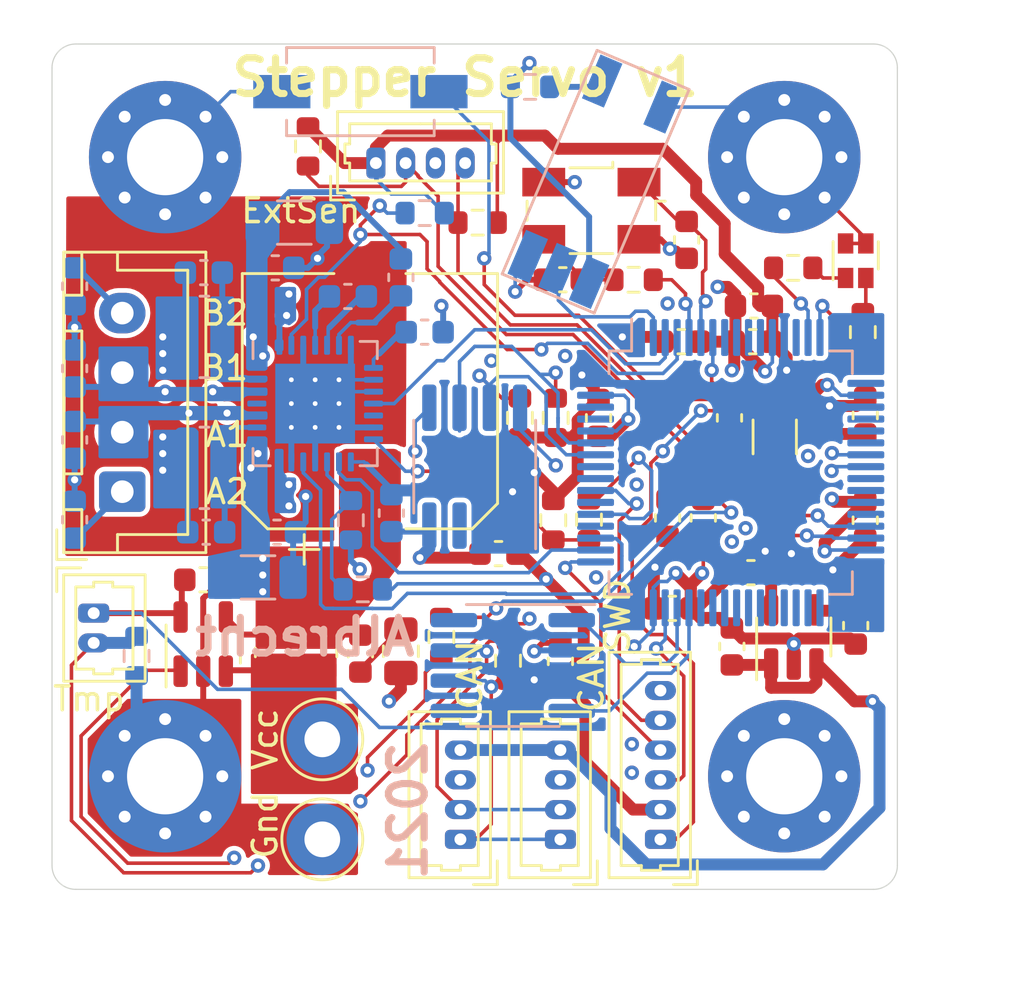
<source format=kicad_pcb>
(kicad_pcb (version 20211014) (generator pcbnew)
  (layers (0 "F.Cu" signal) (1 "In1.Cu" signal) (2 "In2.Cu" signal) (31 "B.Cu" signal) (34 "B.Paste" user) (35 "F.Paste" user) (36 "B.SilkS" user "B.Silkscreen") (37 "F.SilkS" user "F.Silkscreen") (38 "B.Mask" user) (39 "F.Mask" user) (44 "Edge.Cuts" user))
  (net 0 "")
  (net 1 "GND")
  (net 2 "+3V3")
  (net 3 "+5V")
  (net 4 "Net-(C3-Pad1)")
  (net 5 "VCC")
  (net 6 "Net-(C9-Pad2)")
  (net 7 "/StepperDriver/chargePumpVoltage")
  (net 8 "/StepperDriver/chargePumpOut")
  (net 9 "/StepperDriver/chargePumpIn")
  (net 10 "/StepperDriver/internal5VReg")
  (net 11 "/StepperDriver/coilB_2")
  (net 12 "/StepperDriver/senseCoilA")
  (net 13 "/StepperDriver/coilB_1")
  (net 14 "/StepperDriver/coilA_1")
  (net 15 "/StepperDriver/senseCoilB")
  (net 16 "/StepperDriver/coilA_2")
  (net 17 "Net-(D1-Pad1)")
  (net 18 "Net-(D1-Pad2)")
  (net 19 "/MCU/SWO")
  (net 20 "/MCU/SWCLK")
  (net 21 "/MCU/SWDIO")
  (net 22 "/MCU/~{RST}")
  (net 23 "Net-(OPT1-Pad1)")
  (net 24 "/StepperDriver/~{EN}")
  (net 25 "Net-(R4-Pad1)")
  (net 26 "/StepperDriver/Diag")
  (net 27 "/MCU/I2C2_SCL")
  (net 28 "/MCU/I2C2_SDA")
  (net 29 "/MCU/I2C1_SDA")
  (net 30 "/MCU/I2C1_SCL")
  (net 31 "/CAN_RX")
  (net 32 "/CAN_TX")
  (net 33 "/StepperDriver/Vref")
  (net 34 "Net-(C34-Pad2)")
  (net 35 "Net-(R19-Pad1)")
  (net 36 "Net-(C33-Pad2)")
  (net 37 "/MCU/tempMotor")
  (net 38 "Net-(J1-Pad1)")
  (net 39 "/inputCurrent")
  (net 40 "Net-(R23-Pad2)")
  (net 41 "Net-(J_CAN1-Pad2)")
  (net 42 "Net-(J_CAN1-Pad1)")
  (net 43 "/MCU/Stepper_UART")
  (net 44 "/MCU/LED_RED")
  (net 45 "/MCU/LED_GREEN")
  (net 46 "/StepperDriver/Direction")
  (net 47 "/StepperDriver/Step")
  (net 48 "/MCU/endstopRight")
  (footprint "Capacitor_SMD:C_0603_1608Metric" (layer "F.Cu") (at 156.1 114.925 90)
    (fp_text reference "C1" hide)
    (fp_text value "100nF 35V")
  )
  (footprint "Resistor_SMD:R_0603_1608Metric" (layer "F.Cu") (at 154.4 104.7 90)
    (fp_text reference "R15" hide)
    (fp_text value "2k")
  )
  (footprint "Capacitor_SMD:CP_Elec_10x10.5" (layer "F.Cu") (at 148.1 104 90)
    (fp_text reference "C6" hide)
    (fp_text value "330uF 35V")
  )
  (footprint "Capacitor_SMD:C_0603_1608Metric" (layer "F.Cu") (at 168.5 113.425 -90)
    (fp_text reference "C3" hide)
    (fp_text value "470pF 100V")
  )
  (footprint "Resistor_SMD:R_0805_2012Metric" (layer "F.Cu") (at 149.4 114.5 -90)
    (fp_text reference "R3" hide)
    (fp_text value "1.1R 0.5W")
  )
  (footprint "Capacitor_SMD:C_0603_1608Metric" (layer "F.Cu") (at 164.1 111.2 180)
    (fp_text reference "C4" hide)
    (fp_text value "1uF 35V")
  )
  (footprint "Capacitor_SMD:C_0603_1608Metric" (layer "F.Cu") (at 147.7 114.6 -90)
    (fp_text reference "C9" hide)
    (fp_text value "1uF 35V")
  )
  (footprint "Resistor_SMD:R_0603_1608Metric" (layer "F.Cu") (at 153.9 114.9 -90)
    (fp_text reference "R2" hide)
    (fp_text value "120")
  )
  (footprint "standardContent:LED_LiteOn_LTST-C195TGKRKT" (layer "F.Cu") (at 168.5 98.1 180)
    (fp_text reference "D1" hide)
    (fp_text value "LTST-C195TGKRKT")
  )
  (footprint "TestPoint:TestPoint_Loop_D2.54mm_Drill1.5mm_Beaded" (layer "F.Cu") (at 146.1 122.4)
    (fp_text reference "J2" hide)
    (fp_text value "Conn_01x01_Female")
  )
  (footprint "Connector_Molex:Molex_PicoBlade_53047-0610_1x06_P1.25mm_Vertical" (layer "F.Cu") (at 160.3 122.4 90)
    (fp_text reference "J_SWD1" hide)
    (fp_text value "Molex PicoBlade 6Pin")
  )
  (footprint "Resistor_SMD:R_0603_1608Metric" (layer "F.Cu") (at 155.9 104.7 90)
    (fp_text reference "R14" hide)
    (fp_text value "2k")
  )
  (footprint "Resistor_SMD:R_0603_1608Metric" (layer "F.Cu") (at 165.875 98.4)
    (fp_text reference "R22" hide)
    (fp_text value "220")
  )
  (footprint "TestPoint:TestPoint_Loop_D2.54mm_Drill1.5mm_Beaded" (layer "F.Cu") (at 146.1 118.2)
    (fp_text reference "J1" hide)
    (fp_text value "Conn_01x01_Female")
  )
  (footprint "Resistor_SMD:R_0603_1608Metric" (layer "F.Cu") (at 168.8 101.1 90)
    (fp_text reference "R21" hide)
    (fp_text value "380")
  )
  (footprint "Crystal:Crystal_SMD_Abracon_ABM3B-4Pin_5.0x3.2mm" (layer "F.Cu") (at 157.4 96 180)
    (fp_text reference "Y1" hide)
    (fp_text value "ABM3B-16MHz")
  )
  (footprint "Resistor_SMD:R_0603_1608Metric" (layer "F.Cu") (at 145.5 93.3 -90)
    (fp_text reference "R13" hide)
    (fp_text value "4k7")
  )
  (footprint "Connector_JST:JST_XH_B4B-XH-A_1x04_P2.50mm_Vertical" (layer "F.Cu") (at 137.7 107.8 90)
    (fp_text reference "J3" hide)
    (fp_text value "Conn_01x04_Male")
  )
  (footprint "Resistor_SMD:R_0603_1608Metric" (layer "F.Cu") (at 155.8 109 90)
    (fp_text reference "R6" hide)
    (fp_text value "4.7k")
  )
  (footprint "Capacitor_SMD:C_0603_1608Metric" (layer "F.Cu") (at 163.3 114.3 90)
    (fp_text reference "C2" hide)
    (fp_text value "1uF 35V")
  )
  (footprint "Capacitor_SMD:C_1206_3216Metric" (layer "F.Cu") (at 165.1 105.5 90)
    (fp_text reference "C5" hide)
    (fp_text value "10uF 35V")
  )
  (footprint "Capacitor_SMD:C_0603_1608Metric" (layer "F.Cu") (at 160.8 112.7 180)
    (fp_text reference "C23" hide)
    (fp_text value "100nF 35V")
  )
  (footprint "Capacitor_SMD:C_0603_1608Metric" (layer "F.Cu") (at 161.175 101.5 180)
    (fp_text reference "C24" hide)
    (fp_text value "100nF 35V")
  )
  (footprint "Capacitor_SMD:C_0603_1608Metric" (layer "F.Cu") (at 157.7 104.7 90)
    (fp_text reference "C25" hide)
    (fp_text value "100nF 35V")
  )
  (footprint "Capacitor_SMD:C_0603_1608Metric" (layer "F.Cu") (at 168.9 104.6 90)
    (fp_text reference "C26" hide)
    (fp_text value "100nF 35V")
  )
  (footprint "Capacitor_SMD:C_0603_1608Metric" (layer "F.Cu") (at 168.9 109 -90)
    (fp_text reference "C27" hide)
    (fp_text value "100nF 35V")
  )
  (footprint "Capacitor_SMD:C_0603_1608Metric" (layer "F.Cu") (at 164.225 100 180)
    (fp_text reference "C28" hide)
    (fp_text value "1uF 35V")
  )
  (footprint "Capacitor_SMD:C_0603_1608Metric" (layer "F.Cu") (at 164.175 101.5 180)
    (fp_text reference "C30" hide)
    (fp_text value "10nF")
  )
  (footprint "Capacitor_SMD:C_0603_1608Metric" (layer "F.Cu") (at 156.2 98.9)
    (fp_text reference "C33" hide)
    (fp_text value "15pF")
  )
  (footprint "Capacitor_SMD:C_0603_1608Metric" (layer "F.Cu") (at 161.4 97.225 90)
    (fp_text reference "C34" hide)
    (fp_text value "15pF")
  )
  (footprint "Capacitor_SMD:C_0603_1608Metric" (layer "F.Cu") (at 163.2 104.7 -90)
    (fp_text reference "C35" hide)
    (fp_text value "100nF 35V")
  )
  (footprint "Capacitor_SMD:C_0603_1608Metric" (layer "F.Cu") (at 153.5 110.4 180)
    (fp_text reference "C39" hide)
    (fp_text value "100nF 35V")
  )
  (footprint "MountingHole:MountingHole_3.2mm_M3_Pad_Via" (layer "F.Cu") (at 139.5 93.75)
    (fp_text reference "H1" hide)
    (fp_text value "MountingHole_Pad")
  )
  (footprint "MountingHole:MountingHole_3.2mm_M3_Pad_Via" (layer "F.Cu") (at 165.5 93.75)
    (fp_text reference "H2" hide)
    (fp_text value "MountingHole_Pad")
  )
  (footprint "MountingHole:MountingHole_3.2mm_M3_Pad_Via" (layer "F.Cu") (at 139.5 119.75)
    (fp_text reference "H3" hide)
    (fp_text value "MountingHole_Pad")
  )
  (footprint "MountingHole:MountingHole_3.2mm_M3_Pad_Via" (layer "F.Cu") (at 165.5 119.75)
    (fp_text reference "H4" hide)
    (fp_text value "MountingHole_Pad")
  )
  (footprint "Connector_Molex:Molex_PicoBlade_53047-0410_1x04_P1.25mm_Vertical" (layer "F.Cu") (at 148.35 94)
    (fp_text reference "J4" hide)
    (fp_text value "I2C_External")
  )
  (footprint "Connector_Molex:Molex_PicoBlade_53047-0210_1x02_P1.25mm_Vertical" (layer "F.Cu") (at 136.5 112.9 -90)
    (fp_text reference "J6" hide)
    (fp_text value "Conn_TempMotor")
  )
  (footprint "Resistor_SMD:R_0612_1632Metric" (layer "F.Cu") (at 145 114.55 -90)
    (fp_text reference "R1" hide)
    (fp_text value "0.11")
  )
  (footprint "Resistor_SMD:R_0603_1608Metric" (layer "F.Cu") (at 157.3 108.975 90)
    (fp_text reference "R4" hide)
    (fp_text value "1k")
  )
  (footprint "Resistor_SMD:R_0603_1608Metric" (layer "F.Cu") (at 159.175 98.9 180)
    (fp_text reference "R19" hide)
    (fp_text value "100")
  )
  (footprint "Package_TO_SOT_SMD:SOT-23-5" (layer "F.Cu") (at 141.1 114.2 90)
    (fp_text reference "U7" hide)
    (fp_text value "INA180A1")
  )
  (footprint "Capacitor_SMD:C_0603_1608Metric" (layer "F.Cu") (at 141.1 111.5)
    (fp_text reference "C41" hide)
    (fp_text value "100nF 35V")
  )
  (footprint "Package_TO_SOT_SMD:SOT-23-5" (layer "F.Cu") (at 165.9 113.9 90)
    (fp_text reference "U1" hide)
    (fp_text value "TC1185")
  )
  (footprint "Capacitor_SMD:C_0603_1608Metric" (layer "F.Cu") (at 160.6 108.9 -90)
    (fp_text reference "C40" hide)
    (fp_text value "100nF 35V")
  )
  (footprint "Connector_Molex:Molex_PicoBlade_53047-0410_1x04_P1.25mm_Vertical" (layer "F.Cu") (at 156.1 122.4 90)
    (fp_text reference "J_CAN1" hide)
    (fp_text value "Molex PicoBlade 4Pin")
  )
  (footprint "Connector_Molex:Molex_PicoBlade_53047-0410_1x04_P1.25mm_Vertical" (layer "F.Cu") (at 151.9 122.4 90)
    (fp_text reference "J_CAN2" hide)
    (fp_text value "Molex PicoBlade 4Pin")
  )
  (footprint "Capacitor_SMD:C_0603_1608Metric" (layer "F.Cu") (at 162.1 108.9 -90)
    (fp_text reference "C7" hide)
    (fp_text value "100nF 35V")
  )
  (footprint "Resistor_SMD:R_0603_1608Metric" (layer "F.Cu") (at 151.1 113.9 -90)
    (fp_text reference "R23" hide)
    (fp_text value "10k")
  )
  (footprint "Resistor_SMD:R_0603_1608Metric" (layer "F.Cu") (at 152.625 96.5)
    (fp_text reference "R12" hide)
    (fp_text value "4k7")
  )
  (footprint "Capacitor_SMD:C_0603_1608Metric" (layer "B.Cu") (at 149.4 98.8 -90)
    (fp_text reference "C12" hide)
    (fp_text value "100nF 35V")
  )
  (footprint "Capacitor_SMD:C_1206_3216Metric" (layer "B.Cu") (at 143.4 111.4)
    (fp_text reference "C11" hide)
    (fp_text value "10uF 35V")
  )
  (footprint "stepperservo:Omron_SX_3340" (layer "B.Cu") (at 157.579504 94.783437 -113)
    (fp_text reference "OPT1" hide)
    (fp_text value "SX3340")
  )
  (footprint "Capacitor_SMD:C_0603_1608Metric" (layer "B.Cu") (at 135.7 105.625 -90)
    (fp_text reference "C19" hide)
    (fp_text value "470pF 100V")
  )
  (footprint "Resistor_SMD:R_0612_1632Metric" (layer "B.Cu") (at 141.15 101.3)
    (fp_text reference "R10" hide)
    (fp_text value "270m")
  )
  (footprint "Capacitor_SMD:C_0603_1608Metric" (layer "B.Cu") (at 147.175 99.6 180)
    (fp_text reference "C15" hide)
    (fp_text value "22nF 50V")
  )
  (footprint "Capacitor_SMD:C_1206_3216Metric" (layer "B.Cu") (at 144.925 96.5)
    (fp_text reference "C10" hide)
    (fp_text value "10uF 35V")
  )
  (footprint "Capacitor_SMD:C_0603_1608Metric" (layer "B.Cu") (at 149 108.7 -90)
    (fp_text reference "C8" hide)
    (fp_text value "100nF 35V")
  )
  (footprint "Package_SO:SOIC-8_3.9x4.9mm_P1.27mm" (layer "B.Cu") (at 152.5 106.75 90)
    (fp_text reference "U6" hide)
    (fp_text value "AS5600")
  )
  (footprint "Capacitor_SMD:C_0603_1608Metric" (layer "B.Cu") (at 150.4 101.1)
    (fp_text reference "C16" hide)
    (fp_text value "2.2uF 16V")
  )
  (footprint "Capacitor_SMD:C_0603_1608Metric" (layer "B.Cu") (at 141.225 109.5 180)
    (fp_text reference "C18" hide)
    (fp_text value "100nF 35V")
  )
  (footprint "Capacitor_SMD:C_0603_1608Metric" (layer "B.Cu") (at 135.7 108.975 90)
    (fp_text reference "C17" hide)
    (fp_text value "470pF 100V")
  )
  (footprint "Capacitor_SMD:C_0603_1608Metric" (layer "B.Cu") (at 135.7 99.175 -90)
    (fp_text reference "C22" hide)
    (fp_text value "470pF 100V")
  )
  (footprint "Package_DFN_QFN:QFN-28-1EP_5x5mm_P0.5mm_EP3.35x3.35mm_ThermalVias" (layer "B.Cu") (at 145.8 104.1 -90)
    (fp_text reference "U3" hide)
    (fp_text value "TMC2209-LA")
  )
  (footprint "Resistor_SMD:R_0603_1608Metric" (layer "B.Cu") (at 150.4 96.1 180)
    (fp_text reference "R5" hide)
    (fp_text value "22k")
  )
  (footprint "Capacitor_SMD:C_0603_1608Metric" (layer "B.Cu") (at 141.125 98.6 180)
    (fp_text reference "C21" hide)
    (fp_text value "100nF 35V")
  )
  (footprint "Capacitor_SMD:C_0603_1608Metric" (layer "B.Cu") (at 144.125 98.4)
    (fp_text reference "C13" hide)
    (fp_text value "100nF 35V")
  )
  (footprint "Capacitor_SMD:C_0603_1608Metric" (layer "B.Cu") (at 135.7 102.625 90)
    (fp_text reference "C20" hide)
    (fp_text value "470pF 100V")
  )
  (footprint "standardContent:SW_SPST_PTS636_SM25F" (layer "B.Cu") (at 147.1 91)
    (fp_text reference "SW4" hide)
    (fp_text value "SW_Reset")
  )
  (footprint "Package_SO:SOIC-8_3.9x4.9mm_P1.27mm" (layer "B.Cu") (at 154.1 115.1 180)
    (fp_text reference "U2" hide)
    (fp_text value "SN65HVD232")
  )
  (footprint "Package_QFP:LQFP-64_10x10mm_P0.5mm" (layer "B.Cu") (at 163.25 107 -90)
    (fp_text reference "U5" hide)
    (fp_text value "STM32F103RETx")
  )
  (footprint "Resistor_SMD:R_0612_1632Metric" (layer "B.Cu") (at 141.15 106.8)
    (fp_text reference "R9" hide)
    (fp_text value "270m")
  )
  (footprint "Resistor_SMD:R_0603_1608Metric" (layer "B.Cu") (at 147.8 111.9 180)
    (fp_text reference "R7" hide)
    (fp_text value "22k")
  )
  (footprint "Resistor_SMD:R_0603_1608Metric" (layer "B.Cu") (at 147.3 109 -90)
    (fp_text reference "R11" hide)
    (fp_text value "10k")
  )
  (footprint "Resistor_SMD:R_0603_1608Metric" (layer "B.Cu") (at 154.825 90.8)
    (fp_text reference "R16" hide)
    (fp_text value "220")
  )
  (footprint "Resistor_SMD:R_0603_1608Metric" (layer "B.Cu") (at 138.3 114.7 -90)
    (fp_text reference "R20" hide)
    (fp_text value "10k")
  )
  (footprint "Capacitor_SMD:C_0603_1608Metric" (layer "B.Cu") (at 144.2 109.5)
    (fp_text reference "C14" hide)
    (fp_text value "100nF 35V")
  )
  (gr_line (start 135.75 124.5) (end 169.25 124.5) (layer "Edge.Cuts") (width 0.05))
  (gr_arc (start 135.75 124.5) (mid 135.042893 124.207107) (end 134.75 123.5) (layer "Edge.Cuts") (width 0.05))
  (gr_line (start 134.75 90) (end 134.75 123.5) (layer "Edge.Cuts") (width 0.05))
  (gr_arc (start 170.25 123.5) (mid 169.957107 124.207107) (end 169.25 124.5) (layer "Edge.Cuts") (width 0.05))
  (gr_line (start 169.25 89) (end 135.75 89) (layer "Edge.Cuts") (width 0.05))
  (gr_arc (start 134.75 90) (mid 135.042893 89.292893) (end 135.75 89) (layer "Edge.Cuts") (width 0.05))
  (gr_arc (start 169.25 89) (mid 169.957107 89.292893) (end 170.25 90) (layer "Edge.Cuts") (width 0.05))
  (gr_line (start 170.25 123.5) (end 170.25 90) (layer "Edge.Cuts") (width 0.05))
  (gr_text "2021" (at 149.7 121.2 90) (layer "B.SilkS") (effects (font (size 1.5 1.5) (thickness 0.3)) (justify mirror)))
  (gr_text "Albrecht " (at 144.8 113.9) (layer "B.SilkS") (effects (font (size 1.5 1.5) (thickness 0.3)) (justify mirror)))
  (gr_text "CAN" (at 157.4 115.6 90) (layer "F.SilkS") (effects (font (size 1 1))))
  (gr_text "Gnd" (at 143.7 121.8 90) (layer "F.SilkS") (effects (font (size 1 1))))
  (gr_text "CAN" (at 152.3 115.5 90) (layer "F.SilkS") (effects (font (size 1 1))))
  (gr_text "SWD" (at 158.5 113 90) (layer "F.SilkS") (effects (font (size 1 1))))
  (gr_text "Tmp" (at 136.3 116.5) (layer "F.SilkS") (effects (font (size 1 1))))
  (gr_text "B2" (at 142 100.3) (layer "F.SilkS") (effects (font (size 1 1))))
  (gr_text "ExtSen" (at 145.2 96) (layer "F.SilkS") (effects (font (size 1 1))))
  (gr_text "Stepper Servo v1" (at 152.1 90.4) (layer "F.SilkS") (effects (font (size 1.5 1.5) (thickness 0.3))))
  (gr_text "A1" (at 142.1 105.4) (layer "F.SilkS") (effects (font (size 1 1))))
  (gr_text "Vcc" (at 143.7 118.2 90) (layer "F.SilkS") (effects (font (size 1 1))))
  (gr_text "B1" (at 142 102.6) (layer "F.SilkS") (effects (font (size 1 1))))
  (gr_text "A2" (at 142.1 107.8) (layer "F.SilkS") (effects (font (size 1 1))))
  (segment (start 161.95 101.5) (end 161.95 101.75) (width 0.25) (layer "F.Cu") (net 1))
  (segment (start 140.4 118.85) (end 139.5 119.75) (width 0.25) (layer "F.Cu") (net 1))
  (segment (start 168.925 97.375) (end 168.925 97.175) (width 0.15) (layer "F.Cu") (net 1))
  (segment (start 163.439747 101.5) (end 164.692872 102.753125) (width 0.5) (layer "F.Cu") (net 1))
  (segment (start 141.875 111.5) (end 141.1 112.275) (width 0.25) (layer "F.Cu") (net 1))
  (segment (start 163.4 101.5) (end 163.439747 101.5) (width 0.5) (layer "F.Cu") (net 1))
  (segment (start 141.1 115.3) (end 141.1 118.15) (width 0.25) (layer "F.Cu") (net 1))
  (segment (start 161.825 112.7) (end 163.325 111.2) (width 0.5) (layer "F.Cu") (net 1))
  (segment (start 152.554 110.571) (end 152.725 110.4) (width 0.5) (layer "F.Cu") (net 1))
  (segment (start 168.925 97.375) (end 168.075 97.375) (width 0.15) (layer "F.Cu") (net 1))
  (segment (start 160.3 97.2) (end 160.7 97.6) (width 0.25) (layer "F.Cu") (net 1))
  (segment (start 154.7 98.9) (end 154.2 99.4) (width 0.25) (layer "F.Cu") (net 1))
  (segment (start 166.595999 103.814079) (end 167.09653 103.313548) (width 0.5) (layer "F.Cu") (net 1))
  (segment (start 161.575 112.7) (end 161.575 111.850199) (width 0.5) (layer "F.Cu") (net 1))
  (segment (start 167.385078 105.375) (end 166.595999 104.585921) (width 0.5) (layer "F.Cu") (net 1))
  (segment (start 165.9 114.187798) (end 166.121799 113.965999) (width 0.5) (layer "F.Cu") (net 1))
  (segment (start 160.7 97.6) (end 161 97.6) (width 0.25) (layer "F.Cu") (net 1))
  (segment (start 159.4 97.2) (end 160.3 97.2) (width 0.25) (layer "F.Cu") (net 1))
  (segment (start 163.4 100.05) (end 163.45 100) (width 0.25) (layer "F.Cu") (net 1))
  (segment (start 161.95 101.5) (end 163.4 101.5) (width 0.5) (layer "F.Cu") (net 1))
  (segment (start 140.6 118.65) (end 139.5 119.75) (width 0.25) (layer "F.Cu") (net 1))
  (segment (start 166.121799 113.965999) (end 168.265999 113.965999) (width 0.5) (layer "F.Cu") (net 1))
  (segment (start 161.575 111.693425) (end 162.047981 111.220444) (width 0.5) (layer "F.Cu") (net 1))
  (segment (start 162.8 113.1) (end 161.975 113.1) (width 0.5) (layer "F.Cu") (net 1))
  (segment (start 155.35 114.15) (end 155 114.5) (width 0.25) (layer "F.Cu") (net 1))
  (segment (start 168.9 108.225) (end 167.625 108.225) (width 0.5) (layer "F.Cu") (net 1))
  (segment (start 163.425 101.5) (end 163.439747 101.5) (width 0.25) (layer "F.Cu") (net 1))
  (segment (start 163.45 101.45) (end 163.4 101.5) (width 0.5) (layer "F.Cu") (net 1))
  (segment (start 165.1 106.975) (end 163.6 105.475) (width 0.15) (layer "F.Cu") (net 1))
  (segment (start 167.2 109.925) (end 168.9 108.225) (width 0.5) (layer "F.Cu") (net 1))
  (segment (start 161 97.6) (end 161.4 98) (width 0.25) (layer "F.Cu") (net 1))
  (segment (start 163.6 105.475) (end 163.2 105.475) (width 0.15) (layer "F.Cu") (net 1))
  (segment (start 161.975 113.1) (end 161.575 112.7) (width 0.5) (layer "F.Cu") (net 1))
  (segment (start 158.225 105.475) (end 158.95 104.75) (width 0.5) (layer "F.Cu") (net 1))
  (segment (start 161.575 111.850199) (end 160.940452 111.215651) (width 0.5) (layer "F.Cu") (net 1))
  (segment (start 165.678201 113.965999) (end 163.740999 113.965999) (width 0.5) (layer "F.Cu") (net 1))
  (segment (start 165.9 115) (end 165.9 114.187798) (width 0.5) (layer "F.Cu") (net 1))
  (segment (start 152.7 110.375) (end 152.725 110.4) (width 0.5) (layer "F.Cu") (net 1))
  (segment (start 166.125 105.375) (end 167.385078 105.375) (width 0.5) (layer "F.Cu") (net 1))
  (segment (start 162.1 111.168425) (end 162.047981 111.220444) (width 0.15) (layer "F.Cu") (net 1))
  (segment (start 157.5 105.475) (end 158.225 105.475) (width 0.5) (layer "F.Cu") (net 1))
  (segment (start 156.1 114.15) (end 155.35 114.15) (width 0.25) (layer "F.Cu") (net 1))
  (segment (start 162.1 109.675) (end 162.1 111.168425) (width 0.15) (layer "F.Cu") (net 1))
  (segment (start 155.4 94.8) (end 156.699996 94.8) (width 0.25) (layer "F.Cu") (net 1))
  (segment (start 166.595999 104.585921) (end 166.595999 103.814079) (width 0.5) (layer "F.Cu") (net 1))
  (segment (start 141.1 112.275) (end 141.1 115.3) (width 0.25) (layer "F.Cu") (net 1))
  (segment (start 162.789922 99.2) (end 162.744961 99.155039) (width 0.5) (layer "F.Cu") (net 1))
  (segment (start 165.1 106.975) (end 165.1 106.4) (width 0.5) (layer "F.Cu") (net 1))
  (segment (start 161.575 112.7) (end 161.825 112.7) (width 0.5) (layer "F.Cu") (net 1))
  (segment (start 168.9 105.375) (end 167.385078 105.375) (width 0.5) (layer "F.Cu") (net 1))
  (segment (start 168.265999 113.965999) (end 168.5 114.2) (width 0.5) (layer "F.Cu") (net 1))
  (segment (start 167.625 108.225) (end 167.5 108.1) (width 0.5) (layer "F.Cu") (net 1))
  (segment (start 163.4 102.6) (end 163.3 102.7) (width 0.5) (layer "F.Cu") (net 1))
  (segment (start 167.2 110.3) (end 167.2 109.925) (width 0.5) (layer "F.Cu") (net 1))
  (segment (start 163.45 100) (end 163.45 99.525) (width 0.5) (layer "F.Cu") (net 1))
  (segment (start 155.45 98.9) (end 154.7 98.9) (width 0.25) (layer "F.Cu") (net 1))
  (segment (start 165.1 106.4) (end 166.125 105.375) (width 0.5) (layer "F.Cu") (net 1))
  (segment (start 163.4 101.5) (end 163.4 102.6) (width 0.5) (layer "F.Cu") (net 1))
  (segment (start 162.1 109.675) (end 160.6 109.675) (width 0.15) (layer "F.Cu") (net 1))
  (segment (start 167.09653 103.313548) (end 167.302787 103.313548) (width 0.5) (layer "F.Cu") (net 1))
  (segment (start 163.125 99.2) (end 162.789922 99.2) (width 0.5) (layer "F.Cu") (net 1))
  (segment (start 141.1 118.15) (end 139.5 119.75) (width 0.25) (layer "F.Cu") (net 1))
  (segment (start 145.9 104) (end 145.8 104.1) (width 0.5) (layer "F.Cu") (net 1))
  (segment (start 168.925 97.175) (end 165.5 93.75) (width 0.15) (layer "F.Cu") (net 1))
  (segment (start 163.45 100) (end 163.45 101.45) (width 0.5) (layer "F.Cu") (net 1))
  (segment (start 163.225 113.525) (end 162.8 113.1) (width 0.5) (layer "F.Cu") (net 1))
  (segment (start 165.678201 113.965999) (end 165.9 114.187798) (width 0.5) (layer "F.Cu") (net 1))
  (segment (start 163.3 113.525) (end 163.225 113.525) (width 0.5) (layer "F.Cu") (net 1))
  (segment (start 163.45 99.525) (end 163.125 99.2) (width 0.5) (layer "F.Cu") (net 1))
  (segment (start 163.740999 113.965999) (end 163.3 113.525) (width 0.5) (layer "F.Cu") (net 1))
  (segment (start 161.575 112.7) (end 161.575 111.693425) (width 0.5) (layer "F.Cu") (net 1))
  (segment (start 149.4 116.1) (end 148.9 116.6) (width 0.5) (layer "F.Cu") (net 1))
  (segment (start 150.2 110.571) (end 152.554 110.571) (width 0.5) (layer "F.Cu") (net 1))
  (segment (start 149.4 115.4125) (end 149.4 116.1) (width 0.5) (layer "F.Cu") (net 1))
  (via (at 165.9 114.187798) (size 0.6) (drill 0.3) (layers "F.Cu" "B.Cu") (net 1))
  (via (at 145.4 108) (size 0.6) (drill 0.3) (layers "F.Cu" "B.Cu") (net 1))
  (via (at 139.4 102.7) (size 0.6) (drill 0.3) (layers "F.Cu" "B.Cu") (net 1))
  (via (at 166.5 106.3) (size 0.6) (drill 0.3) (layers "F.Cu" "B.Cu") (net 1))
  (via (at 150 106.1) (size 0.6) (drill 0.3) (layers "F.Cu" "B.Cu") (net 1))
  (via (at 135.7 107.3) (size 0.6) (drill 0.3) (layers "F.Cu" "B.Cu") (net 1))
  (via (at 159.1 118.4) (size 0.6) (drill 0.3) (layers "F.Cu" "B.Cu") (net 1))
  (via (at 154.2 99.4) (size 0.6) (drill 0.3) (layers "F.Cu" "B.Cu") (net 1))
  (via (at 162.7 99.2) (size 0.6) (drill 0.3) (layers "F.Cu" "B.Cu") (net 1))
  (via (at 139.4 106.2) (size 0.6) (drill 0.3) (layers "F.Cu" "B.Cu") (net 1))
  (via (at 153.2 102.3) (size 0.6) (drill 0.3) (layers "F.Cu" "B.Cu") (net 1))
  (via (at 159.3 107.5) (size 0.6) (drill 0.3) (layers "F.Cu" "B.Cu") (net 1))
  (via (at 164.692872 102.753125) (size 0.6) (drill 0.3) (layers "F.Cu" "B.Cu") (net 1))
  (via (at 156.699996 94.8) (size 0.6) (drill 0.3) (layers "F.Cu" "B.Cu") (net 1))
  (via (at 160.6 99.9) (size 0.6) (drill 0.3) (layers "F.Cu" "B.Cu") (net 1))
  (via (at 158.95 104.75) (size 0.6) (drill 0.3) (layers "F.Cu" "B.Cu") (net 1))
  (via (at 157.6 111.4) (size 0.6) (drill 0.3) (layers "F.Cu" "B.Cu") (net 1))
  (via (at 167.302787 103.313548) (size 0.6) (drill 0.3) (layers "F.Cu" "B.Cu") (net 1))
  (via (at 139.4 106.9) (size 0.6) (drill 0.3) (layers "F.Cu" "B.Cu") (net 1))
  (via (at 156.3 102.1) (size 0.6) (drill 0.3) (layers "F.Cu" "B.Cu") (net 1))
  (via (at 163.3 109.9) (size 0.6) (drill 0.3) (layers "F.Cu" "B.Cu") (net 1))
  (via (at 155 114.5) (size 0.6) (drill 0.3) (layers "F.Cu" "B.Cu") (net 1))
  (via (at 150.2 110.571) (size 0.6) (drill 0.3) (layers "F.Cu" "B.Cu") (net 1))
  (via (at 139.4 105.5) (size 0.6) (drill 0.3) (layers "F.Cu" "B.Cu") (net 1))
  (via (at 160.940452 111.215651) (size 0.6) (drill 0.3) (layers "F.Cu" "B.Cu") (net 1))
  (via (at 159.2 114.3) (size 0.6) (drill 0.3) (layers "F.Cu" "B.Cu") (net 1))
  (via (at 147.672545 111.058665) (size 0.6) (drill 0.3) (layers "F.Cu" "B.Cu") (net 1))
  (via (at 155.905229 106.694771) (size 0.6) (drill 0.3) (layers "F.Cu" "B.Cu") (net 1))
  (via (at 159.1 119.6) (size 0.6) (drill 0.3) (layers "F.Cu" "B.Cu") (net 1))
  (via (at 151.1 100) (size 0.6) (drill 0.3) (layers "F.Cu" "B.Cu") (net 1))
  (via (at 145.9 98) (size 0.6) (drill 0.3) (layers "F.Cu" "B.Cu") (net 1))
  (via (at 135.7 100.9) (size 0.6) (drill 0.3) (layers "F.Cu" "B.Cu") (net 1))
  (via (at 148.9 116.6) (size 0.6) (drill 0.3) (layers "F.Cu" "B.Cu") (net 1))
  (via (at 139.4 101.3) (size 0.6) (drill 0.3) (layers "F.Cu" "B.Cu") (net 1))
  (via (at 167.2 110.3) (size 0.6) (drill 0.3) (layers "F.Cu" "B.Cu") (net 1))
  (via (at 167.5 108.1) (size 0.6) (drill 0.3) (layers "F.Cu" "B.Cu") (net 1))
  (via (at 139.4 102) (size 0.6) (drill 0.3) (layers "F.Cu" "B.Cu") (net 1))
  (via (at 162.047981 111.220444) (size 0.6) (drill 0.3) (layers "F.Cu" "B.Cu") (net 1))
  (via (at 160.7 97.6) (size 0.6) (drill 0.3) (layers "F.Cu" "B.Cu") (net 1))
  (via (at 163.3 102.7) (size 0.6) (drill 0.3) (layers "F.Cu" "B.Cu") (net 1))
  (segment (start 158.45 105.25) (end 158.95 104.75) (width 0.15) (layer "B.Cu") (net 1))
  (segment (start 160 112.675) (end 160 113.575205) (width 0.15) (layer "B.Cu") (net 1))
  (segment (start 163.398441 91.648441) (end 165.5 93.75) (width 0.15) (layer "B.Cu") (net 1))
  (segment (start 145.4 109.075) (end 145.4 108) (width 0.25) (layer "B.Cu") (net 1))
  (segment (start 146.3 96.6) (end 146.4 96.5) (width 0.25) (layer "B.Cu") (net 1))
  (segment (start 157.575 105.25) (end 158.45 105.25) (width 0.15) (layer "B.Cu") (net 1))
  (segment (start 147.3 102.6) (end 146.8 103.1) (width 0.25) (layer "B.Cu") (net 1))
  (segment (start 135.7 101.85) (end 135.7 100.9) (width 0.25) (layer "B.Cu") (net 1))
  (segment (start 159.275205 114.3) (end 159.2 114.3) (width 0.15) (layer "B.Cu") (net 1))
  (segment (start 145.5 98.4) (end 145.9 98) (width 0.25) (layer "B.Cu") (net 1))
  (segment (start 135.7 100.9) (end 135.7 99.95) (width 0.25) (layer "B.Cu") (net 1))
  (segment (start 160 111.828642) (end 160.257652 111.57099) (width 0.15) (layer "B.Cu") (net 1))
  (segment (start 140.35 98.6) (end 140.35 101.25) (width 0.25) (layer "B.Cu") (net 1))
  (segment (start 145.3 101.65) (end 145.3 102.6) (width 0.25) (layer "B.Cu") (net 1))
  (segment (start 158.95 103.925736) (end 158.95 104.75) (width 0.15) (layer "B.Cu") (net 1))
  (segment (start 144.875 111.4) (end 144.875 109.6) (width 0.25) (layer "B.Cu") (net 1))
  (segment (start 160 112.675) (end 160 111.828642) (width 0.15) (layer "B.Cu") (net 1))
  (segment (start 151.175 101) (end 151.175 100.075) (width 0.25) (layer "B.Cu") (net 1))
  (segment (start 147.3 101.65) (end 147.3 102.6) (width 0.25) (layer "B.Cu") (net 1))
  (segment (start 154.2 99.4) (end 154.2 98.446306) (width 0.15) (layer "B.Cu") (net 1))
  (segment (start 160.585113 111.57099) (end 160.940452 111.215651) (width 0.15) (layer "B.Cu") (net 1))
  (segment (start 147.3 110.68612) (end 147.672545 111.058665) (width 0.25) (layer "B.Cu") (net 1))
  (segment (start 145.8 106.55) (end 145.8 104.1) (width 0.25) (layer "B.Cu") (net 1))
  (segment (start 160.431135 91.648441) (end 163.398441 91.648441) (width 0.15) (layer "B.Cu") (net 1))
  (segment (start 146.3 103.6) (end 145.8 104.1) (width 0.15) (layer "B.Cu") (net 1))
  (segment (start 164.692872 102.676206) (end 164.692872 102.753125) (width 0.15) (layer "B.Cu") (net 1))
  (segment (start 140.35 101.25) (end 140.4 101.3) (width 0.25) (layer "B.Cu") (net 1))
  (segment (start 135.7 107.3) (end 135.7 106.4) (width 0.25) (layer "B.Cu") (net 1))
  (segment (start 168.925 110.25) (end 167.25 110.25) (width 0.15) (layer "B.Cu") (net 1))
  (segment (start 158.774264 103.75) (end 158.95 103.925736) (width 0.15) (layer "B.Cu") (net 1))
  (segment (start 168.925 103.75) (end 167.880922 103.75) (width 0.15) (layer "B.Cu") (net 1))
  (segment (start 150 106.1) (end 150 104.87) (width 0.15) (layer "B.Cu") (net 1))
  (segment (start 146.8 103.1) (end 145.8 104.1) (width 0.15) (layer "B.Cu") (net 1))
  (segment (start 144.9 98.4) (end 145.5 98.4) (width 0.25) (layer "B.Cu") (net 1))
  (segment (start 144.875 109.6) (end 144.975 109.5) (width 0.25) (layer "B.Cu") (net 1))
  (segment (start 150.345 109.475) (end 150.595 109.225) (width 0.25) (layer "B.Cu") (net 1))
  (segment (start 157.575 103.75) (end 158.774264 103.75) (width 0.15) (layer "B.Cu") (net 1))
  (segment (start 135.7 108.2) (end 135.7 107.3) (width 0.25) (layer "B.Cu") (net 1))
  (segment (start 165 102.369078) (end 164.692872 102.676206) (width 0.15) (layer "B.Cu") (net 1))
  (segment (start 160 113.575205) (end 159.275205 114.3) (width 0.15) (layer "B.Cu") (net 1))
  (segment (start 154.2 98.446306) (end 154.727873 97.918433) (width 0.15) (layer "B.Cu") (net 1))
  (segment (start 140.45 109.5) (end 140.45 106.85) (width 0.25) (layer "B.Cu") (net 1))
  (segment (start 147.3 109.825) (end 147.3 110.68612) (width 0.25) (layer "B.Cu") (net 1))
  (segment (start 154.405 105.194542) (end 155.905229 106.694771) (width 0.15) (layer "B.Cu") (net 1))
  (segment (start 138.3 118.55) (end 139.5 119.75) (width 0.5) (layer "B.Cu") (net 1))
  (segment (start 144.8 106.55) (end 144.8 105.1) (width 0.25) (layer "B.Cu") (net 1))
  (segment (start 144.4 91) (end 142.25 91) (width 0.15) (layer "B.Cu") (net 1))
  (segment (start 149 109.475) (end 150.345 109.475) (width 0.25) (layer "B.Cu") (net 1))
  (segment (start 148.25 103.6) (end 146.3 103.6) (width 0.15) (layer "B.Cu") (net 1))
  (segment (start 167.44447 103.313548) (end 167.302787 103.313548) (width 0.25) (layer "B.Cu") (net 1))
  (segment (start 148.25 103.1) (end 146.8 103.1) (width 0.15) (layer "B.Cu") (net 1))
  (segment (start 156.575 114.465) (end 155.035 114.465) (width 0.25) (layer "B.Cu") (net 1))
  (segment (start 167.880922 103.75) (end 167.44447 103.313548) (width 0.15) (layer "B.Cu") (net 1))
  (segment (start 148.25 105.1) (end 146.8 105.1) (width 0.25) (layer "B.Cu") (net 1))
  (segment (start 138.3 115.525) (end 138.3 118.55) (width 0.5) (layer "B.Cu") (net 1))
  (segment (start 160.257652 111.57099) (end 160.585113 111.57099) (width 0.15) (layer "B.Cu") (net 1))
  (segment (start 165 101.325) (end 165 102.369078) (width 0.15) (layer "B.Cu") (net 1))
  (segment (start 167.25 110.25) (end 167.2 110.3) (width 0.15) (layer "B.Cu") (net 1))
  (segment (start 146.3 97.5) (end 146.3 96.6) (width 0.25) (layer "B.Cu") (net 1))
  (segment (start 145.9 98) (end 145.9 97.9) (width 0.25) (layer "B.Cu") (net 1))
  (segment (start 144.975 109.5) (end 145.4 109.075) (width 0.25) (layer "B.Cu") (net 1))
  (segment (start 142.25 91) (end 139.5 93.75) (width 0.15) (layer "B.Cu") (net 1))
  (segment (start 145.3 102.6) (end 145.8 103.1) (width 0.25) (layer "B.Cu") (net 1))
  (segment (start 150.595 109.225) (end 150.595 110.176) (width 0.5) (layer "B.Cu") (net 1))
  (segment (start 145.9 97.9) (end 146.3 97.5) (width 0.25) (layer "B.Cu") (net 1))
  (segment (start 150 104.87) (end 150.595 104.275) (width 0.15) (layer "B.Cu") (net 1))
  (segment (start 140.45 106.85) (end 140.4 106.8) (width 0.25) (layer "B.Cu") (net 1))
  (segment (start 155.035 114.465) (end 155 114.5) (width 0.15) (layer "B.Cu") (net 1))
  (segment (start 154.405 104.275) (end 154.405 105.194542) (width 0.15) (layer "B.Cu") (net 1))
  (segment (start 151.175 100.075) (end 151.1 100) (width 0.25) (layer "B.Cu") (net 1))
  (segment (start 150.595 110.176) (end 150.2 110.571) (width 0.5) (layer "B.Cu") (net 1))
  (segment (start 167.424367 111.2) (end 167.541689 111.082678) (width 0.5) (layer "F.Cu") (net 2))
  (segment (start 157.07901 113.05001) (end 157.07901 114.72099) (width 0.5) (layer "F.Cu") (net 2))
  (segment (start 165 100) (end 164.5 100) (width 0.5) (layer "F.Cu") (net 2))
  (segment (start 164.95 111.275) (end 164.875 111.2) (width 0.5) (layer "F.Cu") (net 2))
  (segment (start 168.525 104.2) (end 168.9 103.825) (width 0.5) (layer "F.Cu") (net 2))
  (segment (start 154.25 107.961542) (end 154.090219 107.801761) (width 0.5) (layer "F.Cu") (net 2))
  (segment (start 140.15 113.1) (end 140.2 113.05) (width 0.25) (layer "F.Cu") (net 2))
  (segment (start 154.25 109.4) (end 154.25 110.221) (width 0.5) (layer "F.Cu") (net 2))
  (segment (start 164.875 111.2) (end 167.424367 111.2) (width 0.5) (layer "F.Cu") (net 2))
  (segment (start 147.025 94) (end 145.5 92.475) (width 0.5) (layer "F.Cu") (net 2))
  (segment (start 161.8 95.344022) (end 161.8 94.792798) (width 0.5) (layer "F.Cu") (net 2))
  (segment (start 155.8 107.8) (end 155.8 108.175) (width 0.5) (layer "F.Cu") (net 2))
  (segment (start 158.7 101.3) (end 160.2 101.3) (width 0.5) (layer "F.Cu") (net 2))
  (segment (start 155.5 111.471) (end 157.07901 113.05001) (width 0.5) (layer "F.Cu") (net 2))
  (segment (start 154.25 109.4) (end 154.25 108.15) (width 0.5) (layer "F.Cu") (net 2))
  (segment (start 155.9 105.525) (end 156.575 105.525) (width 0.5) (layer "F.Cu") (net 2))
  (segment (start 156.82499 104.80001) (end 157.7 103.925) (width 0.5) (layer "F.Cu") (net 2))
  (segment (start 153.45 93.14198) (end 153.74599 92.84599) (width 0.15) (layer "F.Cu") (net 2))
  (segment (start 154.25 108.15) (end 154.2 108.1) (width 0.5) (layer "F.Cu") (net 2))
  (segment (start 161.8 94.792798) (end 160.407202 93.4) (width 0.5) (layer "F.Cu") (net 2))
  (segment (start 154.6 105.725) (end 154.4 105.525) (width 0.15) (layer "F.Cu") (net 2))
  (segment (start 164.95 100.05) (end 165 100) (width 0.25) (layer "F.Cu") (net 2))
  (segment (start 140.2 113.05) (end 140.2 111.625) (width 0.25) (layer "F.Cu") (net 2))
  (segment (start 164.875 111.2) (end 165 111.2) (width 0.5) (layer "F.Cu") (net 2))
  (segment (start 160.2 101.3) (end 160.4 101.5) (width 0.5) (layer "F.Cu") (net 2))
  (segment (start 160.3 121.15) (end 159.15 121.15) (width 0.5) (layer "F.Cu") (net 2))
  (segment (start 163 97.820622) (end 163 96.544022) (width 0.5) (layer "F.Cu") (net 2))
  (segment (start 139.95 112.9) (end 140.15 113.1) (width 0.25) (layer "F.Cu") (net 2))
  (segment (start 165 100) (end 165 101.45) (width 0.5) (layer "F.Cu") (net 2))
  (segment (start 155.725 108.1) (end 155.8 108.175) (width 0.15) (layer "F.Cu") (net 2))
  (segment (start 165.1 104.025) (end 165.6 103.525) (width 0.5) (layer "F.Cu") (net 2))
  (segment (start 168.9 109.775) (end 168.849367 109.775) (width 0.25) (layer "F.Cu") (net 2))
  (segment (start 136.5 112.9) (end 139.95 112.9) (width 0.25) (layer "F.Cu") (net 2))
  (segment (start 165 111.2) (end 165.8 110.4) (width 0.5) (layer "F.Cu") (net 2))
  (segment (start 155.44599 92.84599) (end 153.74599 92.84599) (width 0.5) (layer "F.Cu") (net 2))
  (segment (start 157.15001 116.75001) (end 156.1 115.7) (width 0.5) (layer "F.Cu") (net 2))
  (segment (start 156.575 105.525) (end 156.82499 105.27501) (width 0.5) (layer "F.Cu") (net 2))
  (segment (start 148.35 94) (end 147.025 94) (width 0.5) (layer "F.Cu") (net 2))
  (segment (start 164.40401 99.224632) (end 163 97.820622) (width 0.5) (layer "F.Cu") (net 2))
  (segment (start 157.15001 119.15001) (end 157.15001 116.75001) (width 0.5) (layer "F.Cu") (net 2))
  (segment (start 154.4 105.525) (end 155.9 105.525) (width 0.5) (layer "F.Cu") (net 2))
  (segment (start 163 96.544022) (end 161.8 95.344022) (width 0.5) (layer "F.Cu") (net 2))
  (segment (start 165 101.45) (end 164.95 101.5) (width 0.5) (layer "F.Cu") (net 2))
  (segment (start 155 107) (end 155.8 107.8) (width 0.5) (layer "F.Cu") (net 2))
  (segment (start 154.25 110.221) (end 155.5 111.471) (width 0.5) (layer "F.Cu") (net 2))
  (segment (start 165.6 102.15) (end 165.6 102.7) (width 0.5) (layer "F.Cu") (net 2))
  (segment (start 140.2 111.625) (end 140.325 111.5) (width 0.25) (layer "F.Cu") (net 2))
  (segment (start 164.875 110.475) (end 164.7 110.3) (width 0.5) (layer "F.Cu") (net 2))
  (segment (start 157.5 103.925) (end 157.5 103.4) (width 0.5) (layer "F.Cu") (net 2))
  (segment (start 164.95 112.8) (end 164.95 111.275) (width 0.5) (layer "F.Cu") (net 2))
  (segment (start 164.95 101.5) (end 165.6 102.15) (width 0.5) (layer "F.Cu") (net 2))
  (segment (start 159.15 121.15) (end 157.15001 119.15001) (width 0.5) (layer "F.Cu") (net 2))
  (segment (start 156.82499 105.27501) (end 156.82499 104.80001) (width 0.5) (layer "F.Cu") (net 2))
  (segment (start 160.025 111.016211) (end 160.070856 110.970355) (width 0.5) (layer "F.Cu") (net 2))
  (segment (start 164.5 100) (end 164.40401 99.90401) (width 0.5) (layer "F.Cu") (net 2))
  (segment (start 156 93.4) (end 155.44599 92.84599) (width 0.5) (layer "F.Cu") (net 2))
  (segment (start 164.875 111.2) (end 164.875 110.475) (width 0.5) (layer "F.Cu") (net 2))
  (segment (start 165.6 103.525) (end 165.6 102.7) (width 0.5) (layer "F.Cu") (net 2))
  (segment (start 167.592322 111.082678) (end 168.9 109.775) (width 0.5) (layer "F.Cu") (net 2))
  (segment (start 157.07901 114.72099) (end 156.1 115.7) (width 0.5) (layer "F.Cu") (net 2))
  (segment (start 154.25 108.15) (end 154.25 107.961542) (width 0.5) (layer "F.Cu") (net 2))
  (segment (start 167.4 104.2) (end 168.525 104.2) (width 0.5) (layer "F.Cu") (net 2))
  (segment (start 148.35 93.35) (end 148.35 94) (width 0.5) (layer "F.Cu") (net 2))
  (segment (start 160.025 112.7) (end 160.025 111.016211) (width 0.5) (layer "F.Cu") (net 2))
  (segment (start 153.74599 92.84599) (end 148.85401 92.84599) (width 0.5) (layer "F.Cu") (net 2))
  (segment (start 164.40401 99.90401) (end 164.40401 99.224632) (width 0.5) (layer "F.Cu") (net 2))
  (segment (start 167.541689 111.082678) (end 167.592322 111.082678) (width 0.5) (layer "F.Cu") (net 2))
  (segment (start 156.1 115.7) (end 155 115.7) (width 0.25) (layer "F.Cu") (net 2))
  (segment (start 148.85401 92.84599) (end 148.35 93.35) (width 0.5) (layer "F.Cu") (net 2))
  (segment (start 160.407202 93.4) (end 156 93.4) (width 0.5) (layer "F.Cu") (net 2))
  (segment (start 153.45 96.5) (end 153.45 93.14198) (width 0.15) (layer "F.Cu") (net 2))
  (segment (start 155.8 108.175) (end 156.82499 107.15001) (width 0.5) (layer "F.Cu") (net 2))
  (segment (start 157.5 103.4) (end 157 102.9) (width 0.5) (layer "F.Cu") (net 2))
  (segment (start 156.82499 107.15001) (end 156.82499 105.27501) (width 0.5) (layer "F.Cu") (net 2))
  (via (at 155.5 111.471) (size 0.6) (drill 0.3) (layers "F.Cu" "B.Cu") (net 2))
  (via (at 164.7 110.3) (size 0.6) (drill 0.3) (layers "F.Cu" "B.Cu") (net 2))
  (via (at 167.541689 111.082678) (size 0.6) (drill 0.3) (layers "F.Cu" "B.Cu") (net 2))
  (via (at 155 107) (size 0.6) (drill 0.3) (layers "F.Cu" "B.Cu") (net 2))
  (via (at 165.6 102.7) (size 0.6) (drill 0.3) (layers "F.Cu" "B.Cu") (net 2))
  (via (at 155 115.7) (size 0.6) (drill 0.3) (layers "F.Cu" "B.Cu") (net 2))
  (via (at 154.090219 107.801761) (size 0.6) (drill 0.3) (layers "F.Cu" "B.Cu") (net 2))
  (via (at 158.7 101.3) (size 0.6) (drill 0.3) (layers "F.Cu" "B.Cu") (net 2))
  (via (at 165.8 110.4) (size 0.6) (drill 0.3) (layers "F.Cu" "B.Cu") (net 2))
  (via (at 160.070856 110.970355) (size 0.6) (drill 0.3) (layers "F.Cu" "B.Cu") (net 2))
  (via (at 167.4 104.2) (size 0.6) (drill 0.3) (layers "F.Cu" "B.Cu") (net 2))
  (via (at 157 102.9) (size 0.6) (drill 0.3) (layers "F.Cu" "B.Cu") (net 2))
  (segment (start 155 115.7) (end 153 117.7) (width 0.15) (layer "B.Cu") (net 2))
  (segment (start 152.75599 107.87099) (end 153.135 108.25) (width 0.25) (layer "B.Cu") (net 2))
  (segment (start 154.405 108.005) (end 154.14599 107.74599) (width 0.5) (layer "B.Cu") (net 2))
  (segment (start 158.725 101.325) (end 158.7 101.3) (width 0.15) (layer "B.Cu") (net 2))
  (segment (start 153.135 108.25) (end 153.135 109.225) (width 0.25) (layer "B.Cu") (net 2))
  (segment (start 153 117.7) (end 148.5 117.7) (width 0.15) (layer "B.Cu") (net 2))
  (segment (start 138.5 112.9) (end 136.5 112.9) (width 0.15) (layer "B.Cu") (net 2))
  (segment (start 148.99599 95.29599) (end 150.42099 95.29599) (width 0.15) (layer "B.Cu") (net 2))
  (segment (start 159.47099 111.570221) (end 160.070856 110.970355) (width 0.25) (layer "B.Cu") (net 2))
  (segment (start 141.7 116.1) (end 138.5 112.9) (width 0.15) (layer "B.Cu") (net 2))
  (segment (start 168.925 104.25) (end 167.45 104.25) (width 0.15) (layer "B.Cu") (net 2))
  (segment (start 154.14599 107.74599) (end 154.25401 107.74599) (width 0.5) (layer "B.Cu") (net 2))
  (segment (start 154.405 109.225) (end 154.405 108.005) (width 0.5) (layer "B.Cu") (net 2))
  (segment (start 155.035 115.735) (end 155 115.7) (width 0.15) (layer "B.Cu") (net 2))
  (segment (start 149.025 111.9) (end 149.258012 111.666988) (width 0.15) (layer "B.Cu") (net 2))
  (segment (start 165.6 102.7) (end 165.5 102.6) (width 0.15) (layer "B.Cu") (net 2))
  (segment (start 146.9 116.1) (end 141.7 116.1) (width 0.15) (layer "B.Cu") (net 2))
  (segment (start 168.925 110.77901) (end 167.845357 110.77901) (width 0.25) (layer "B.Cu") (net 2))
  (segment (start 148.35 94.65) (end 148.99599 95.29599) (width 0.15) (layer "B.Cu") (net 2))
  (segment (start 149 107.925) (end 149 107.7) (width 0.25) (layer "B.Cu") (net 2))
  (segment (start 148.8 107.925) (end 148.85401 107.87099) (width 0.25) (layer "B.Cu") (net 2))
  (segment (start 148.625 111.9) (end 149.025 111.9) (width 0.15) (layer "B.Cu") (net 2))
  (segment (start 148.35 94) (end 148.35 94.65) (width 0.15) (layer "B.Cu") (net 2))
  (segment (start 150.42099 95.29599) (end 151.225 96.1) (width 0.15) (layer "B.Cu") (net 2))
  (segment (start 159.5 101.325) (end 158.725 101.325) (width 0.15) (layer "B.Cu") (net 2))
  (segment (start 154.25401 107.74599) (end 155 107) (width 0.5) (layer "B.Cu") (net 2))
  (segment (start 149 107.925) (end 149.05401 107.87099) (width 0.25) (layer "B.Cu") (net 2))
  (segment (start 159.47099 112.675) (end 159.47099 111.570221) (width 0.25) (layer "B.Cu") (net 2))
  (segment (start 167.845357 110.77901) (end 167.541689 111.082678) (width 0.25) (layer "B.Cu") (net 2))
  (segment (start 156.575 115.735) (end 155.035 115.735) (width 0.25) (layer "B.Cu") (net 2))
  (segment (start 149 107.7) (end 147.95 106.65) (width 0.25) (layer "B.Cu") (net 2))
  (segment (start 157.575 103.22099) (end 157.25401 102.9) (width 0.25) (layer "B.Cu") (net 2))
  (segment (start 149.17901 107.74599) (end 149 107.925) (width 0.5) (layer "B.Cu") (net 2))
  (segment (start 167.45 104.25) (end 167.4 104.2) (width 0.15) (layer "B.Cu") (net 2))
  (segment (start 147.85 106.55) (end 147.95 106.65) (width 0.15) (layer "B.Cu") (net 2))
  (segment (start 165.5 102.6) (end 165.5 101.325) (width 0.15) (layer "B.Cu") (net 2))
  (segment (start 149.258012 111.666988) (end 155.304012 111.666988) (width 0.15) (layer "B.Cu") (net 2))
  (segment (start 148.5 117.7) (end 146.9 116.1) (width 0.15) (layer "B.Cu") (net 2))
  (segment (start 154.14599 107.74599) (end 149.17901 107.74599) (width 0.5) (layer "B.Cu") (net 2))
  (segment (start 157.25401 102.9) (end 157 102.9) (width 0.25) (layer "B.Cu") (net 2))
  (segment (start 147.3 106.55) (end 147.85 106.55) (width 0.15) (layer "B.Cu") (net 2))
  (segment (start 147.95 106.65) (end 148 106.7) (width 0.15) (layer "B.Cu") (net 2))
  (segment (start 155.304012 111.666988) (end 155.5 111.471) (width 0.15) (layer "B.Cu") (net 2))
  (segment (start 169.204001 116.604001) (end 168.454001 116.604001) (width 0.5) (layer "F.Cu") (net 3))
  (segment (start 166.85 115) (end 166.85 115.812202) (width 0.5) (layer "F.Cu") (net 3))
  (segment (start 168.454001 116.604001) (end 166.85 115) (width 0.5) (layer "F.Cu") (net 3))
  (segment (start 163.3 115.075) (end 164.875 115.075) (width 0.5) (layer "F.Cu") (net 3))
  (segment (start 166.85 115.812202) (end 166.628201 116.034001) (width 0.5) (layer "F.Cu") (net 3))
  (segment (start 166.628201 116.034001) (end 164.954001 116.034001) (width 0.5) (layer "F.Cu") (net 3))
  (segment (start 164.954001 116.034001) (end 164.95 116.03) (width 0.5) (layer "F.Cu") (net 3))
  (segment (start 164.95 116.03) (end 164.95 115) (width 0.5) (layer "F.Cu") (net 3))
  (segment (start 164.875 115.075) (end 164.95 115) (width 0.5) (layer "F.Cu") (net 3))
  (via (at 154.8 89.8) (size 0.6) (drill 0.3) (layers "F.Cu" "B.Cu") (net 3))
  (via (at 169.204001 116.604001) (size 0.6) (drill 0.3) (layers "F.Cu" "B.Cu") (net 3))
  (segment (start 169.204001 116.604001) (end 169.204001 116.604001) (width 0.5) (layer "B.Cu") (net 3))
  (segment (start 169.5 121.078002) (end 169.5 116.9) (width 0.5) (layer "B.Cu") (net 3))
  (segment (start 151.9 118.65) (end 156.1 118.65) (width 0.5) (layer "B.Cu") (net 3))
  (segment (start 154 90.8) (end 154 90.6) (width 0.25) (layer "B.Cu") (net 3))
  (segment (start 157.305286 99.01248) (end 157.305286 96.256292) (width 0.25) (layer "B.Cu") (net 3))
  (segment (start 158.2 121.945622) (end 159.708379 123.454001) (width 0.5) (layer "B.Cu") (net 3))
  (segment (start 158.2 120.471537) (end 158.2 121.945622) (width 0.5) (layer "B.Cu") (net 3))
  (segment (start 159.708379 123.454001) (end 167.124001 123.454001) (width 0.5) (layer "B.Cu") (net 3))
  (segment (start 156.378463 118.65) (end 158.2 120.471537) (width 0.5) (layer "B.Cu") (net 3))
  (segment (start 157.305286 96.256292) (end 154 92.951006) (width 0.25) (layer "B.Cu") (net 3))
  (segment (start 169.5 116.9) (end 169.204001 116.604001) (width 0.5) (layer "B.Cu") (net 3))
  (segment (start 167.124001 123.454001) (end 169.5 121.078002) (width 0.5) (layer "B.Cu") (net 3))
  (segment (start 154 92.951006) (end 154 90.8) (width 0.25) (layer "B.Cu") (net 3))
  (segment (start 154 90.6) (end 154.8 89.8) (width 0.25) (layer "B.Cu") (net 3))
  (segment (start 156.1 118.65) (end 156.378463 118.65) (width 0.5) (layer "B.Cu") (net 3))
  (segment (start 166.85 112.8) (end 168.35 112.8) (width 0.5) (layer "F.Cu") (net 4))
  (segment (start 168.35 112.8) (end 168.5 112.65) (width 0.5) (layer "F.Cu") (net 4))
  (segment (start 144.975 113.525) (end 145 113.55) (width 0.25) (layer "F.Cu") (net 5))
  (segment (start 147.675 113.8) (end 147.7 113.825) (width 0.25) (layer "F.Cu") (net 5))
  (segment (start 142.05 113.1) (end 142.75 113.8) (width 0.25) (layer "F.Cu") (net 5))
  (segment (start 142.75 113.8) (end 145 113.8) (width 0.25) (layer "F.Cu") (net 5))
  (segment (start 145 113.8) (end 147.675 113.8) (width 0.25) (layer "F.Cu") (net 5))
  (via (at 143.6 110.6) (size 0.6) (drill 0.3) (layers "F.Cu" "B.Cu") (net 5))
  (via (at 143.2 101.3) (size 0.6) (drill 0.3) (layers "F.Cu" "B.Cu") (net 5))
  (via (at 143.4 106.2) (size 0.6) (drill 0.3) (layers "F.Cu" "B.Cu") (net 5))
  (via (at 143.6 111.3) (size 0.6) (drill 0.3) (layers "F.Cu" "B.Cu") (net 5))
  (via (at 143.1 106.8) (size 0.6) (drill 0.3) (layers "F.Cu" "B.Cu") (net 5))
  (via (at 143.6 112) (size 0.6) (drill 0.3) (layers "F.Cu" "B.Cu") (net 5))
  (via (at 143.6 102.1) (size 0.6) (drill 0.3) (layers "F.Cu" "B.Cu") (net 5))
  (segment (start 143.45 96.5) (end 144.72901 95.22099) (width 0.25) (layer "B.Cu") (net 5))
  (segment (start 144.72901 95.22099) (end 146.985546 95.22099) (width 0.25) (layer "B.Cu") (net 5))
  (segment (start 146.985546 95.22099) (end 149.4 97.635444) (width 0.25) (layer "B.Cu") (net 5))
  (segment (start 143.35 106.15) (end 143.4 106.2) (width 0.25) (layer "B.Cu") (net 5))
  (segment (start 149.4 97.635444) (end 149.4 98.025) (width 0.25) (layer "B.Cu") (net 5))
  (segment (start 147.7 115.375) (end 147.7 115.2875) (width 0.25) (layer "F.Cu") (net 6))
  (segment (start 147.7 115.2875) (end 149.4 113.5875) (width 0.25) (layer "F.Cu") (net 6))
  (segment (start 146.8 101.65) (end 146.8 101.19632) (width 0.15) (layer "B.Cu") (net 7))
  (segment (start 147.29632 100.7) (end 147.3 100.7) (width 0.15) (layer "B.Cu") (net 7))
  (segment (start 147.6 100.7) (end 148.325 100.7) (width 0.25) (layer "B.Cu") (net 7))
  (segment (start 147.3 100.7) (end 147.6 100.7) (width 0.15) (layer "B.Cu") (net 7))
  (segment (start 146.8 101.19632) (end 147.29632 100.7) (width 0.15) (layer "B.Cu") (net 7))
  (segment (start 148.325 100.7) (end 148.325 100.65) (width 0.25) (layer "B.Cu") (net 7))
  (segment (start 148.325 100.65) (end 149.4 99.575) (width 0.25) (layer "B.Cu") (net 7))
  (segment (start 145.8 101.65) (end 145.8 100.9) (width 0.15) (layer "B.Cu") (net 8))
  (segment (start 145.8 100.9) (end 145.8 100.2) (width 0.25) (layer "B.Cu") (net 8))
  (segment (start 145.8 100.2) (end 146.4 99.6) (width 0.25) (layer "B.Cu") (net 8))
  (segment (start 146.34599 101.55401) (end 146.34599 100.95401) (width 0.15) (layer "B.Cu") (net 9))
  (segment (start 147.7 99.6) (end 147.95 99.6) (width 0.25) (layer "B.Cu") (net 9))
  (segment (start 146.3 101.65) (end 146.3 101.6) (width 0.15) (layer "B.Cu") (net 9))
  (segment (start 146.34599 100.95401) (end 146.4 100.9) (width 0.15) (layer "B.Cu") (net 9))
  (segment (start 146.4 100.9) (end 147.7 99.6) (width 0.25) (layer "B.Cu") (net 9))
  (segment (start 146.3 101.6) (end 146.34599 101.55401) (width 0.15) (layer "B.Cu") (net 9))
  (segment (start 148.5 102) (end 149.5 101) (width 0.25) (layer "B.Cu") (net 10))
  (segment (start 148.25 102.25) (end 148.5 102) (width 0.15) (layer "B.Cu") (net 10))
  (segment (start 148.25 102.6) (end 148.25 102.25) (width 0.15) (layer "B.Cu") (net 10))
  (segment (start 149.5 101) (end 149.625 101) (width 0.25) (layer "B.Cu") (net 10))
  (via (at 144.6 100.4) (size 0.6) (drill 0.3) (layers "F.Cu" "B.Cu") (net 11))
  (via (at 144.7 99.5) (size 0.6) (drill 0.3) (layers "F.Cu" "B.Cu") (net 11))
  (segment (start 135.7 98.4) (end 135.8 98.4) (width 0.25) (layer "B.Cu") (net 11))
  (segment (start 135.8 98.4) (end 137.7 100.3) (width 0.25) (layer "B.Cu") (net 11))
  (segment (start 142 106.9) (end 141.9 106.8) (width 0.25) (layer "B.Cu") (net 12))
  (segment (start 142 109.5) (end 142 106.9) (width 0.25) (layer "B.Cu") (net 12))
  (via (at 139.5 103.6) (size 0.6) (drill 0.3) (layers "F.Cu" "B.Cu") (net 13))
  (via (at 141.5 103.6) (size 0.6) (drill 0.3) (layers "F.Cu" "B.Cu") (net 13))
  (segment (start 137.1 103.4) (end 137.7 102.8) (width 0.25) (layer "B.Cu") (net 13))
  (segment (start 135.7 103.4) (end 137.1 103.4) (width 0.25) (layer "B.Cu") (net 13))
  (via (at 142.1 104.5) (size 0.6) (drill 0.3) (layers "F.Cu" "B.Cu") (net 14))
  (via (at 140.5 104.5) (size 0.6) (drill 0.3) (layers "F.Cu" "B.Cu") (net 14))
  (segment (start 135.7 104.85) (end 137.25 104.85) (width 0.25) (layer "B.Cu") (net 14))
  (segment (start 137.25 104.85) (end 137.7 105.3) (width 0.25) (layer "B.Cu") (net 14))
  (segment (start 141.9 101.3) (end 141.9 98.6) (width 0.25) (layer "B.Cu") (net 15))
  (via (at 144.7 108.4) (size 0.6) (drill 0.3) (layers "F.Cu" "B.Cu") (net 16))
  (via (at 144.7 107.5) (size 0.6) (drill 0.3) (layers "F.Cu" "B.Cu") (net 16))
  (segment (start 135.75 109.75) (end 137.7 107.8) (width 0.25) (layer "B.Cu") (net 16))
  (segment (start 135.7 109.75) (end 135.75 109.75) (width 0.25) (layer "B.Cu") (net 16))
  (segment (start 168.075 98.825) (end 167.125 98.825) (width 0.15) (layer "F.Cu") (net 17))
  (segment (start 167.125 98.825) (end 166.7 98.4) (width 0.15) (layer "F.Cu") (net 17))
  (segment (start 168.925 98.825) (end 168.925 100.15) (width 0.15) (layer "F.Cu") (net 18))
  (segment (start 168.925 100.15) (end 168.8 100.275) (width 0.15) (layer "F.Cu") (net 18))
  (segment (start 159.5 117.4) (end 158.570999 116.470999) (width 0.15) (layer "F.Cu") (net 19))
  (segment (start 159.000001 108.599999) (end 159.3 108.3) (width 0.15) (layer "F.Cu") (net 19))
  (segment (start 158.570999 116.470999) (end 158.570999 109.029001) (width 0.15) (layer "F.Cu") (net 19))
  (segment (start 158.570999 109.029001) (end 159.000001 108.599999) (width 0.15) (layer "F.Cu") (net 19))
  (segment (start 160.3 117.4) (end 159.5 117.4) (width 0.15) (layer "F.Cu") (net 19))
  (via (at 159.3 108.3) (size 0.6) (drill 0.3) (layers "F.Cu" "B.Cu") (net 19))
  (segment (start 158.421358 107.75) (end 157.575 107.75) (width 0.15) (layer "B.Cu") (net 19))
  (segment (start 159.3 108.3) (end 158.971358 108.3) (width 0.15) (layer "B.Cu") (net 19))
  (segment (start 158.971358 108.3) (end 158.421358 107.75) (width 0.15) (layer "B.Cu") (net 19))
  (segment (start 160.3 118.65) (end 160.25 118.65) (width 0.15) (layer "F.Cu") (net 20))
  (segment (start 160.25 118.65) (end 157.8 116.2) (width 0.15) (layer "F.Cu") (net 20))
  (segment (start 157.8 116.2) (end 157.8 112.5) (width 0.15) (layer "F.Cu") (net 20))
  (segment (start 157.8 112.5) (end 156.3 111) (width 0.15) (layer "F.Cu") (net 20))
  (via (at 156.3 111) (size 0.6) (drill 0.3) (layers "F.Cu" "B.Cu") (net 20))
  (segment (start 156.3 111) (end 156.55 110.75) (width 0.15) (layer "B.Cu") (net 20))
  (segment (start 156.55 110.75) (end 157.575 110.75) (width 0.15) (layer "B.Cu") (net 20))
  (segment (start 160.3 119.9) (end 161.1 119.9) (width 0.15) (layer "F.Cu") (net 21))
  (segment (start 161.1 119.9) (end 161.27901 119.72099) (width 0.15) (layer "F.Cu") (net 21))
  (segment (start 161.27901 115.548841) (end 160.118148 114.387979) (width 0.15) (layer "F.Cu") (net 21))
  (segment (start 161.27901 119.72099) (end 161.27901 115.548841) (width 0.15) (layer "F.Cu") (net 21))
  (via (at 160.118148 114.387979) (size 0.6) (drill 0.3) (layers "F.Cu" "B.Cu") (net 21))
  (segment (start 160.5 112.675) (end 160.5 114.006127) (width 0.15) (layer "B.Cu") (net 21))
  (segment (start 160.5 114.006127) (end 160.118148 114.387979) (width 0.15) (layer "B.Cu") (net 21))
  (segment (start 159.114429 113.047919) (end 159.114429 109.685571) (width 0.15) (layer "F.Cu") (net 22))
  (segment (start 160.461091 113.8) (end 159.86651 113.8) (width 0.15) (layer "F.Cu") (net 22))
  (segment (start 162 104.4) (end 162.725 104.4) (width 0.15) (layer "F.Cu") (net 22))
  (segment (start 152.9 98) (end 152.9 99.1) (width 0.15) (layer "F.Cu") (net 22))
  (segment (start 161.683019 115.021928) (end 160.461091 113.8) (width 0.15) (layer "F.Cu") (net 22))
  (segment (start 162.725 104.4) (end 163.2 103.925) (width 0.15) (layer "F.Cu") (net 22))
  (segment (start 162.451724 102.699775) (end 162.451724 103.176724) (width 0.15) (layer "F.Cu") (net 22))
  (segment (start 159.86651 113.8) (end 159.114429 113.047919) (width 0.15) (layer "F.Cu") (net 22))
  (segment (start 162.451724 103.176724) (end 163.2 103.925) (width 0.15) (layer "F.Cu") (net 22))
  (segment (start 159.9 106.600002) (end 160.4 106.100002) (width 0.15) (layer "F.Cu") (net 22))
  (segment (start 160.396356 103.925) (end 163.2 103.925) (width 0.15) (layer "F.Cu") (net 22))
  (segment (start 159.9 108.9) (end 159.9 106.600002) (width 0.15) (layer "F.Cu") (net 22))
  (segment (start 160.95 122.4) (end 161.683019 121.666981) (width 0.15) (layer "F.Cu") (net 22))
  (segment (start 159.114429 109.685571) (end 159.9 108.9) (width 0.15) (layer "F.Cu") (net 22))
  (segment (start 160.3 122.4) (end 160.95 122.4) (width 0.15) (layer "F.Cu") (net 22))
  (segment (start 152.9 99.1) (end 154.191978 100.391978) (width 0.15) (layer "F.Cu") (net 22))
  (segment (start 156.863335 100.391978) (end 160.396356 103.925) (width 0.15) (layer "F.Cu") (net 22))
  (segment (start 161.683019 121.666981) (end 161.683019 115.021928) (width 0.15) (layer "F.Cu") (net 22))
  (segment (start 154.191978 100.391978) (end 156.863335 100.391978) (width 0.15) (layer "F.Cu") (net 22))
  (via (at 160.4 106.100002) (size 0.6) (drill 0.3) (layers "F.Cu" "B.Cu") (net 22))
  (via (at 162.451724 102.699775) (size 0.6) (drill 0.3) (layers "F.Cu" "B.Cu") (net 22))
  (via (at 152.9 98) (size 0.6) (drill 0.3) (layers "F.Cu" "B.Cu") (net 22))
  (via (at 162 104.4) (size 0.6) (drill 0.3) (layers "F.Cu" "B.Cu") (net 22))
  (segment (start 160.4 106) (end 160.4 106.100002) (width 0.15) (layer "B.Cu") (net 22))
  (segment (start 153.1 93.1) (end 153.1 97.8) (width 0.15) (layer "B.Cu") (net 22))
  (segment (start 151 91) (end 153.1 93.1) (width 0.15) (layer "B.Cu") (net 22))
  (segment (start 153.1 97.8) (end 152.9 98) (width 0.15) (layer "B.Cu") (net 22))
  (segment (start 162.5 101.325) (end 162.5 102.651499) (width 0.15) (layer "B.Cu") (net 22))
  (segment (start 162 104.4) (end 160.4 106) (width 0.15) (layer "B.Cu") (net 22))
  (segment (start 162.5 102.651499) (end 162.451724 102.699775) (width 0.15) (layer "B.Cu") (net 22))
  (segment (start 155.65 90.8) (end 157.608116 90.8) (width 0.25) (layer "B.Cu") (net 23))
  (segment (start 157.608116 90.8) (end 157.853722 90.554394) (width 0.25) (layer "B.Cu") (net 23))
  (segment (start 147.7 96.6) (end 147.7 97) (width 0.15) (layer "F.Cu") (net 24))
  (segment (start 150.5 97.3) (end 150.2 97) (width 0.15) (layer "F.Cu") (net 24))
  (segment (start 150.2 97) (end 147.7 97) (width 0.15) (layer "F.Cu") (net 24))
  (segment (start 155.3 101.829) (end 153.859922 101.829) (width 0.15) (layer "F.Cu") (net 24))
  (segment (start 148.512404 95.787596) (end 147.7 96.6) (width 0.15) (layer "F.Cu") (net 24))
  (segment (start 153.859922 101.829) (end 151.030922 99) (width 0.15) (layer "F.Cu") (net 24))
  (segment (start 150.5 98.442713) (end 150.5 97.3) (width 0.15) (layer "F.Cu") (net 24))
  (segment (start 151.030922 98.973635) (end 150.5 98.442713) (width 0.15) (layer "F.Cu") (net 24))
  (segment (start 151.030922 99) (end 151.030922 98.973635) (width 0.15) (layer "F.Cu") (net 24))
  (via (at 147.7 97) (size 0.6) (drill 0.3) (layers "F.Cu" "B.Cu") (net 24))
  (via (at 155.3 101.829) (size 0.6) (drill 0.3) (layers "F.Cu" "B.Cu") (net 24))
  (via (at 148.512404 95.787596) (size 0.6) (drill 0.3) (layers "F.Cu" "B.Cu") (net 24))
  (segment (start 144.8 101.19632) (end 145.43797 100.55835) (width 0.15) (layer "B.Cu") (net 24))
  (segment (start 148.824808 96.1) (end 148.512404 95.787596) (width 0.15) (layer "B.Cu") (net 24))
  (segment (start 157.242357 101.570999) (end 155.558001 101.570999) (width 0.15) (layer "B.Cu") (net 24))
  (segment (start 145.94151 98.8) (end 145.94552 98.79599) (width 0.15) (layer "B.Cu") (net 24))
  (segment (start 144.8 101.65) (end 144.8 101.19632) (width 0.15) (layer "B.Cu") (net 24))
  (segment (start 145.43797 100.55835) (end 145.43797 99.30354) (width 0.15) (layer "B.Cu") (net 24))
  (segment (start 147.7 97.29198) (end 147.7 97) (width 0.15) (layer "B.Cu") (net 24))
  (segment (start 158.504378 102.83302) (end 157.571358 101.9) (width 0.15) (layer "B.Cu") (net 24))
  (segment (start 160.409694 102.83302) (end 158.504378 102.83302) (width 0.15) (layer "B.Cu") (net 24))
  (segment (start 161 101.325) (end 161 102.242714) (width 0.15) (layer "B.Cu") (net 24))
  (segment (start 145.94552 98.79599) (end 146.19599 98.79599) (width 0.15) (layer "B.Cu") (net 24))
  (segment (start 146.19599 98.79599) (end 147.7 97.29198) (width 0.15) (layer "B.Cu") (net 24))
  (segment (start 157.571358 101.9) (end 157.242357 101.570999) (width 0.15) (layer "B.Cu") (net 24))
  (segment (start 149.575 96.1) (end 148.824808 96.1) (width 0.15) (layer "B.Cu") (net 24))
  (segment (start 161 102.242714) (end 160.409694 102.83302) (width 0.15) (layer "B.Cu") (net 24))
  (segment (start 155.558001 101.570999) (end 155.3 101.829) (width 0.15) (layer "B.Cu") (net 24))
  (segment (start 145.43797 99.30354) (end 145.94151 98.8) (width 0.15) (layer "B.Cu") (net 24))
  (segment (start 155.8 109.825) (end 154.829001 108.854001) (width 0.15) (layer "F.Cu") (net 25))
  (segment (start 157.275 109.825) (end 157.3 109.8) (width 0.15) (layer "F.Cu") (net 25))
  (segment (start 154.829001 107.798079) (end 153.972912 106.94199) (width 0.15) (layer "F.Cu") (net 25))
  (segment (start 155.8 109.825) (end 157.275 109.825) (width 0.15) (layer "F.Cu") (net 25))
  (segment (start 154.829001 108.854001) (end 154.829001 107.798079) (width 0.15) (layer "F.Cu") (net 25))
  (segment (start 153.972912 106.94199) (end 150.1 106.94199) (width 0.15) (layer "F.Cu") (net 25))
  (via (at 150.1 106.94199) (size 0.6) (drill 0.3) (layers "F.Cu" "B.Cu") (net 25))
  (segment (start 149.59199 106.94199) (end 148.25 105.6) (width 0.15) (layer "B.Cu") (net 25))
  (segment (start 150.1 106.94199) (end 149.59199 106.94199) (width 0.15) (layer "B.Cu") (net 25))
  (segment (start 158.82901 102.42901) (end 157.4 101) (width 0.15) (layer "B.Cu") (net 26))
  (segment (start 149.117576 104.1) (end 148.25 104.1) (width 0.15) (layer "B.Cu") (net 26))
  (segment (start 160.5 101.325) (end 160.5 102.171358) (width 0.15) (layer "B.Cu") (net 26))
  (segment (start 150.917576 102.3) (end 149.117576 104.1) (width 0.15) (layer "B.Cu") (net 26))
  (segment (start 160.5 102.171358) (end 160.242348 102.42901) (width 0.15) (layer "B.Cu") (net 26))
  (segment (start 151.2 102.3) (end 150.917576 102.3) (width 0.15) (layer "B.Cu") (net 26))
  (segment (start 152.5 101) (end 151.2 102.3) (width 0.15) (layer "B.Cu") (net 26))
  (segment (start 157.4 101) (end 152.5 101) (width 0.15) (layer "B.Cu") (net 26))
  (segment (start 160.242348 102.42901) (end 158.82901 102.42901) (width 0.15) (layer "B.Cu") (net 26))
  (segment (start 152.1 96.8) (end 151.8 96.5) (width 0.15) (layer "F.Cu") (net 27))
  (segment (start 164.802281 108.8) (end 166.9 108.8) (width 0.15) (layer "F.Cu") (net 27))
  (segment (start 151.8 94.3) (end 152.1 94) (width 0.15) (layer "F.Cu") (net 27))
  (segment (start 153.995989 100.795989) (end 156.79827 100.795989) (width 0.15) (layer "F.Cu") (net 27))
  (segment (start 151.8 96.5) (end 151.8 94.3) (width 0.15) (layer "F.Cu") (net 27))
  (segment (start 156.79827 100.795989) (end 164.802281 108.8) (width 0.15) (layer "F.Cu") (net 27))
  (segment (start 151.8 96.5) (end 151.8 98.6) (width 0.15) (layer "F.Cu") (net 27))
  (segment (start 151.8 98.6) (end 153.995989 100.795989) (width 0.15) (layer "F.Cu") (net 27))
  (via (at 166.9 108.8) (size 0.6) (drill 0.3) (layers "F.Cu" "B.Cu") (net 27))
  (segment (start 167.75 109.25) (end 167.35 109.25) (width 0.15) (layer "B.Cu") (net 27))
  (segment (start 168.925 109.25) (end 167.75 109.25) (width 0.15) (layer "B.Cu") (net 27))
  (segment (start 167.35 109.25) (end 166.9 108.8) (width 0.15) (layer "B.Cu") (net 27))
  (segment (start 149.6 94.8) (end 149.6 94) (width 0.15) (layer "F.Cu") (net 28))
  (segment (start 156.630924 101.2) (end 153.828643 101.2) (width 0.15) (layer "F.Cu") (net 28))
  (segment (start 150.964322 98.335678) (end 150.964322 95.395297) (width 0.15) (layer "F.Cu") (net 28))
  (segment (start 145.5 94.125) (end 145.5 94.525) (width 0.15) (layer "F.Cu") (net 28))
  (segment (start 149.42099 94.97901) (end 149.6 94.8) (width 0.15) (layer "F.Cu") (net 28))
  (segment (start 150.964322 95.395297) (end 150.12099 94.551965) (width 0.15) (layer "F.Cu") (net 28))
  (segment (start 145.5 94.525) (end 145.95401 94.97901) (width 0.15) (layer "F.Cu") (net 28))
  (segment (start 153.828643 101.2) (end 150.964322 98.335678) (width 0.15) (layer "F.Cu") (net 28))
  (segment (start 150.12099 94.52099) (end 149.6 94) (width 0.15) (layer "F.Cu") (net 28))
  (segment (start 145.95401 94.97901) (end 149.42099 94.97901) (width 0.15) (layer "F.Cu") (net 28))
  (segment (start 166.448185 109.640058) (end 165.070982 109.640058) (width 0.15) (layer "F.Cu") (net 28))
  (segment (start 150.12099 94.551965) (end 150.12099 94.52099) (width 0.15) (layer "F.Cu") (net 28))
  (segment (start 165.070982 109.640058) (end 156.630924 101.2) (width 0.15) (layer "F.Cu") (net 28))
  (via (at 166.448185 109.640058) (size 0.6) (drill 0.3) (layers "F.Cu" "B.Cu") (net 28))
  (segment (start 166.479126 109.670999) (end 166.448185 109.640058) (width 0.15) (layer "B.Cu") (net 28))
  (segment (start 167.580922 109.75) (end 167.501921 109.670999) (width 0.15) (layer "B.Cu") (net 28))
  (segment (start 168.925 109.75) (end 167.580922 109.75) (width 0.15) (layer "B.Cu") (net 28))
  (segment (start 167.501921 109.670999) (end 166.479126 109.670999) (width 0.15) (layer "B.Cu") (net 28))
  (segment (start 155.9 102.8) (end 155.9 103.875) (width 0.15) (layer "F.Cu") (net 29))
  (via (at 155.9 102.8) (size 0.6) (drill 0.3) (layers "F.Cu" "B.Cu") (net 29))
  (segment (start 151.865 104.275) (end 151.865 105.25) (width 0.15) (layer "B.Cu") (net 29))
  (segment (start 154.05378 101.7) (end 155.22689 102.87311) (width 0.15) (layer "B.Cu") (net 29))
  (segment (start 152.5 101.7) (end 154.05378 101.7) (width 0.15) (layer "B.Cu") (net 29))
  (segment (start 156.45 105.75) (end 156 105.3) (width 0.15) (layer "B.Cu") (net 29))
  (segment (start 156 104.7) (end 156 104.9) (width 0.15) (layer "B.Cu") (net 29))
  (segment (start 155.22689 102.87311) (end 156 103.64622) (width 0.15) (layer "B.Cu") (net 29))
  (segment (start 157.575 105.75) (end 156.45 105.75) (width 0.15) (layer "B.Cu") (net 29))
  (segment (start 156 103.64622) (end 156 104.7) (width 0.15) (layer "B.Cu") (net 29))
  (segment (start 156 105.3) (end 156 104.7) (width 0.15) (layer "B.Cu") (net 29))
  (segment (start 151.865 104.275) (end 151.865 102.335) (width 0.15) (layer "B.Cu") (net 29))
  (segment (start 151.865 102.335) (end 152.5 101.7) (width 0.15) (layer "B.Cu") (net 29))
  (segment (start 155.82689 102.87311) (end 155.9 102.8) (width 0.15) (layer "B.Cu") (net 29))
  (segment (start 155.22689 102.87311) (end 155.82689 102.87311) (width 0.15) (layer "B.Cu") (net 29))
  (segment (start 154.4 103.875) (end 153.646 103.875) (width 0.15) (layer "F.Cu") (net 30))
  (segment (start 153.646 103.875) (end 152.7 102.929) (width 0.15) (layer "F.Cu") (net 30))
  (via (at 152.7 102.929) (size 0.6) (drill 0.3) (layers "F.Cu" "B.Cu") (net 30))
  (segment (start 155.5 103.717576) (end 155.5 105.4) (width 0.15) (layer "B.Cu") (net 30))
  (segment (start 155.5 105.4) (end 156.35 106.25) (width 0.15) (layer "B.Cu") (net 30))
  (segment (start 153.135 104.275) (end 153.135 103.3) (width 0.15) (layer "B.Cu") (net 30))
  (segment (start 153.135 103.364) (end 153.135 104.275) (width 0.15) (layer "B.Cu") (net 30))
  (segment (start 152.7 102.929) (end 153.135 103.364) (width 0.15) (layer "B.Cu") (net 30))
  (segment (start 153.135 104.275) (end 153.135 105.035) (width 0.15) (layer "B.Cu") (net 30))
  (segment (start 156.35 106.25) (end 157.575 106.25) (width 0.15) (layer "B.Cu") (net 30))
  (segment (start 153.135 103.3) (end 153.46401 102.97099) (width 0.15) (layer "B.Cu") (net 30))
  (segment (start 153.46401 102.97099) (end 154.753414 102.97099) (width 0.15) (layer "B.Cu") (net 30))
  (segment (start 154.753414 102.97099) (end 155.5 103.717576) (width 0.15) (layer "B.Cu") (net 30))
  (segment (start 156.575 117.005) (end 158.164025 117.005) (width 0.15) (layer "B.Cu") (net 31))
  (segment (start 159.748035 115.42099) (end 160.750367 115.42099) (width 0.15) (layer "B.Cu") (net 31))
  (segment (start 161.5 114.671357) (end 161.5 112.675) (width 0.15) (layer "B.Cu") (net 31))
  (segment (start 160.750367 115.42099) (end 161.5 114.671357) (width 0.15) (layer "B.Cu") (net 31))
  (segment (start 158.164025 117.005) (end 159.748035 115.42099) (width 0.15) (layer "B.Cu") (net 31))
  (segment (start 158.816979 115.016979) (end 156.995 113.195) (width 0.15) (layer "B.Cu") (net 32))
  (segment (start 160.583021 115.016979) (end 158.816979 115.016979) (width 0.15) (layer "B.Cu") (net 32))
  (segment (start 161 114.6) (end 160.583021 115.016979) (width 0.15) (layer "B.Cu") (net 32))
  (segment (start 156.995 113.195) (end 156.575 113.195) (width 0.15) (layer "B.Cu") (net 32))
  (segment (start 161 112.675) (end 161 114.6) (width 0.15) (layer "B.Cu") (net 32))
  (segment (start 147.3 108.175) (end 146.49599 108.97901) (width 0.15) (layer "B.Cu") (net 33))
  (segment (start 147 107.79566) (end 146.3 107.09566) (width 0.15) (layer "B.Cu") (net 33))
  (segment (start 147 108.175) (end 147 107.79566) (width 0.15) (layer "B.Cu") (net 33))
  (segment (start 146.49599 111.42099) (end 146.975 111.9) (width 0.15) (layer "B.Cu") (net 33))
  (segment (start 146.49599 108.97901) (end 146.49599 111.42099) (width 0.15) (layer "B.Cu") (net 33))
  (segment (start 146.3 107.09566) (end 146.3 106.55) (width 0.15) (layer "B.Cu") (net 33))
  (segment (start 162.070999 98.587491) (end 162.20401 98.45448) (width 0.15) (layer "F.Cu") (net 34))
  (segment (start 162.20401 98.45448) (end 162.20401 97.25401) (width 0.15) (layer "F.Cu") (net 34))
  (segment (start 162.20401 97.25401) (end 161.4 96.45) (width 0.15) (layer "F.Cu") (net 34))
  (segment (start 161.4 96.45) (end 161.05 96.45) (width 0.15) (layer "F.Cu") (net 34))
  (segment (start 162.070999 99.501921) (end 162.070999 98.587491) (width 0.15) (layer "F.Cu") (net 34))
  (segment (start 162.2 99.630922) (end 162.070999 99.501921) (width 0.15) (layer "F.Cu") (net 34))
  (segment (start 161.05 96.45) (end 159.4 94.8) (width 0.15) (layer "F.Cu") (net 34))
  (segment (start 162.2 99.8) (end 162.2 99.630922) (width 0.15) (layer "F.Cu") (net 34))
  (via (at 162.2 99.8) (size 0.6) (drill 0.3) (layers "F.Cu" "B.Cu") (net 34))
  (segment (start 162 100) (end 162.2 99.8) (width 0.15) (layer "B.Cu") (net 34))
  (segment (start 162 101.325) (end 162 100) (width 0.15) (layer "B.Cu") (net 34))
  (segment (start 160.77093 98.9) (end 160 98.9) (width 0.15) (layer "F.Cu") (net 35))
  (segment (start 161.352592 99.481662) (end 160.77093 98.9) (width 0.15) (layer "F.Cu") (net 35))
  (segment (start 161.352592 99.905926) (end 161.352592 99.481662) (width 0.15) (layer "F.Cu") (net 35))
  (via (at 161.352592 99.905926) (size 0.6) (drill 0.3) (layers "F.Cu" "B.Cu") (net 35))
  (segment (start 161.5 101.325) (end 161.5 100.053334) (width 0.15) (layer "B.Cu") (net 35))
  (segment (start 161.5 100.053334) (end 161.352592 99.905926) (width 0.15) (layer "B.Cu") (net 35))
  (segment (start 157.1 98.9) (end 155.4 97.2) (width 0.15) (layer "F.Cu") (net 36))
  (segment (start 158.35 98.9) (end 157.1 98.9) (width 0.15) (layer "F.Cu") (net 36))
  (segment (start 135.56699 115.08301) (end 135.56699 121.611268) (width 0.15) (layer "F.Cu") (net 37))
  (segment (start 137.759732 123.80401) (end 142.9 123.80401) (width 0.15) (layer "F.Cu") (net 37))
  (segment (start 153.223088 113.34599) (end 154.58702 113.34599) (width 0.15) (layer "F.Cu") (net 37))
  (segment (start 142.9 123.80401) (end 143.09599 123.80401) (width 0.15) (layer "F.Cu") (net 37))
  (segment (start 136.5 114.15) (end 135.56699 115.08301) (width 0.15) (layer "F.Cu") (net 37))
  (segment (start 149.65 118.021356) (end 152.3 115.371356) (width 0.15) (layer "F.Cu") (net 37))
  (segment (start 143.09599 123.80401) (end 143.4 123.5) (width 0.15) (layer "F.Cu") (net 37))
  (segment (start 137.677861 123.722139) (end 137.759732 123.80401) (width 0.15) (layer "F.Cu") (net 37))
  (segment (start 154.58702 113.34599) (end 154.8 113.13301) (width 0.15) (layer "F.Cu") (net 37))
  (segment (start 149.65 118.85) (end 149.65 118.021356) (width 0.15) (layer "F.Cu") (net 37))
  (segment (start 152.3 115.371356) (end 152.3 114.269078) (width 0.15) (layer "F.Cu") (net 37))
  (segment (start 135.56699 121.611268) (end 137.677861 123.722139) (width 0.15) (layer "F.Cu") (net 37))
  (segment (start 152.3 114.269078) (end 153.223088 113.34599) (width 0.15) (layer "F.Cu") (net 37))
  (segment (start 147.7 120.8) (end 149.65 118.85) (width 0.15) (layer "F.Cu") (net 37))
  (via (at 147.7 120.8) (size 0.6) (drill 0.3) (layers "F.Cu" "B.Cu") (net 37))
  (via (at 167.487526 106.928423) (size 0.6) (drill 0.3) (layers "F.Cu" "B.Cu") (net 37))
  (via (at 154.8 113.13301) (size 0.6) (drill 0.3) (layers "F.Cu" "B.Cu") (net 37))
  (via (at 163.874562 109.333179) (size 0.6) (drill 0.3) (layers "F.Cu" "B.Cu") (net 37))
  (via (at 143.4 123.5) (size 0.6) (drill 0.3) (layers "F.Cu" "B.Cu") (net 37))
  (segment (start 168.925 106.75) (end 167.665949 106.75) (width 0.15) (layer "B.Cu") (net 37))
  (segment (start 138.025 114.15) (end 138.3 113.875) (width 0.5) (layer "B.Cu") (net 37))
  (segment (start 167.665949 106.75) (end 167.487526 106.928423) (width 0.15) (layer "B.Cu") (net 37))
  (segment (start 136.5 114.15) (end 138.025 114.15) (width 0.5) (layer "B.Cu") (net 37))
  (segment (start 142.05 115.3) (end 143.2 115.3) (width 0.25) (layer "F.Cu") (net 38))
  (segment (start 143.2 115.3) (end 146.1 118.2) (width 0.25) (layer "F.Cu") (net 38))
  (segment (start 160.6 108.125) (end 162.1 108.125) (width 0.15) (layer "F.Cu") (net 39))
  (segment (start 162.720701 108.125) (end 163.270691 108.67499) (width 0.15) (layer "F.Cu") (net 39))
  (segment (start 153.025009 113.075) (end 153.4 112.700009) (width 0.15) (layer "F.Cu") (net 39))
  (segment (start 151.1 113.075) (end 153.025009 113.075) (width 0.15) (layer "F.Cu") (net 39))
  (segment (start 162.1 108.125) (end 162.720701 108.125) (width 0.15) (layer "F.Cu") (net 39))
  (via (at 167.50241 106.178568) (size 0.6) (drill 0.3) (layers "F.Cu" "B.Cu") (net 39))
  (via (at 153.4 112.700009) (size 0.6) (drill 0.3) (layers "F.Cu" "B.Cu") (net 39))
  (via (at 163.270691 108.67499) (size 0.6) (drill 0.3) (layers "F.Cu" "B.Cu") (net 39))
  (segment (start 161.52629 108.67499) (end 163.270691 108.67499) (width 0.15) (layer "B.Cu") (net 39))
  (segment (start 157.80127 112.40001) (end 161.52629 108.67499) (width 0.15) (layer "B.Cu") (net 39))
  (segment (start 153.4 112.700009) (end 153.699999 112.40001) (width 0.15) (layer "B.Cu") (net 39))
  (segment (start 168.925 106.25) (end 167.573842 106.25) (width 0.15) (layer "B.Cu") (net 39))
  (segment (start 153.699999 112.40001) (end 157.80127 112.40001) (width 0.15) (layer "B.Cu") (net 39))
  (segment (start 167.573842 106.25) (end 167.50241 106.178568) (width 0.15) (layer "B.Cu") (net 39))
  (segment (start 138.727078 115.3) (end 135.970999 118.056079) (width 0.15) (layer "F.Cu") (net 40))
  (segment (start 148 119.5) (end 148 118.95802) (width 0.15) (layer "F.Cu") (net 40))
  (segment (start 137.927078 123.4) (end 142.17501 123.4) (width 0.15) (layer "F.Cu") (net 40))
  (segment (start 150.42901 115.39599) (end 151.1 114.725) (width 0.15) (layer "F.Cu") (net 40))
  (segment (start 148 118.95802) (end 150.42901 116.52901) (width 0.15) (layer "F.Cu") (net 40))
  (segment (start 135.970999 121.443921) (end 137.927078 123.4) (width 0.15) (layer "F.Cu") (net 40))
  (segment (start 142.17501 123.4) (end 142.4 123.17501) (width 0.15) (layer "F.Cu") (net 40))
  (segment (start 140.15 115.3) (end 138.727078 115.3) (width 0.15) (layer "F.Cu") (net 40))
  (segment (start 135.970999 118.056079) (end 135.970999 121.443921) (width 0.15) (layer "F.Cu") (net 40))
  (segment (start 150.42901 116.52901) (end 150.42901 115.39599) (width 0.15) (layer "F.Cu") (net 40))
  (via (at 142.4 123.17501) (size 0.6) (drill 0.3) (layers "F.Cu" "B.Cu") (net 40))
  (via (at 148 119.5) (size 0.6) (drill 0.3) (layers "F.Cu" "B.Cu") (net 40))
  (segment (start 153 114.5) (end 153 115.3) (width 0.15) (layer "F.Cu") (net 41))
  (segment (start 150.92099 120.17099) (end 150.92099 117.37901) (width 0.15) (layer "F.Cu") (net 41))
  (segment (start 153.125 114.075) (end 153.9 114.075) (width 0.15) (layer "F.Cu") (net 41))
  (segment (start 153 114.2) (end 153.125 114.075) (width 0.15) (layer "F.Cu") (net 41))
  (segment (start 151.9 121.15) (end 150.92099 120.17099) (width 0.15) (layer "F.Cu") (net 41))
  (segment (start 153 114.5) (end 153 114.2) (width 0.15) (layer "F.Cu") (net 41))
  (segment (start 153 115.3) (end 150.92099 117.37901) (width 0.15) (layer "F.Cu") (net 41))
  (via (at 153 114.5) (size 0.6) (drill 0.3) (layers "F.Cu" "B.Cu") (net 41))
  (segment (start 151.9 121.15) (end 156.1 121.15) (width 0.15) (layer "B.Cu") (net 41))
  (segment (start 152.965 114.465) (end 153 114.5) (width 0.15) (layer "B.Cu") (net 41))
  (segment (start 151.625 114.465) (end 152.965 114.465) (width 0.15) (layer "B.Cu") (net 41))
  (segment (start 151.9 122.4) (end 152.55 122.4) (width 0.15) (layer "F.Cu") (net 42))
  (segment (start 153.194778 121.755222) (end 153.194778 115.994778) (width 0.15) (layer "F.Cu") (net 42))
  (segment (start 153.9 115.725) (end 153.464556 115.725) (width 0.15) (layer "F.Cu") (net 42))
  (segment (start 152.55 122.4) (end 153.194778 121.755222) (width 0.15) (layer "F.Cu") (net 42))
  (segment (start 153.464556 115.725) (end 153.194778 115.994778) (width 0.15) (layer "F.Cu") (net 42))
  (via (at 153.194778 115.994778) (size 0.6) (drill 0.3) (layers "F.Cu" "B.Cu") (net 42))
  (segment (start 152.935 115.735) (end 153.194778 115.994778) (width 0.15) (layer "B.Cu") (net 42))
  (segment (start 151.9 122.4) (end 156.1 122.4) (width 0.15) (layer "B.Cu") (net 42))
  (segment (start 151.625 115.735) (end 152.935 115.735) (width 0.15) (layer "B.Cu") (net 42))
  (segment (start 159.383215 106.376643) (end 157.609858 108.15) (width 0.15) (layer "F.Cu") (net 43))
  (segment (start 157.609858 108.15) (end 157.3 108.15) (width 0.15) (layer "F.Cu") (net 43))
  (via (at 159.383215 106.376643) (size 0.6) (drill 0.3) (layers "F.Cu" "B.Cu") (net 43))
  (segment (start 157.575 108.75) (end 158.819078 108.75) (width 0.15) (layer "B.Cu") (net 43))
  (segment (start 159.929001 106.922429) (end 159.383215 106.376643) (width 0.15) (layer "B.Cu") (net 43))
  (segment (start 159.929001 108.601921) (end 159.929001 106.922429) (width 0.15) (layer "B.Cu") (net 43))
  (segment (start 158.819078 108.75) (end 158.998079 108.929001) (width 0.15) (layer "B.Cu") (net 43))
  (segment (start 158.998079 108.929001) (end 159.601921 108.929001) (width 0.15) (layer "B.Cu") (net 43))
  (segment (start 159.601921 108.929001) (end 159.929001 108.601921) (width 0.15) (layer "B.Cu") (net 43))
  (segment (start 167.1 100) (end 168.8 101.7) (width 0.15) (layer "F.Cu") (net 44))
  (segment (start 168.8 101.7) (end 168.8 101.925) (width 0.15) (layer "F.Cu") (net 44))
  (via (at 167.1 100) (size 0.6) (drill 0.3) (layers "F.Cu" "B.Cu") (net 44))
  (segment (start 167 101.325) (end 167 100.1) (width 0.15) (layer "B.Cu") (net 44))
  (segment (start 167 100.1) (end 167.1 100) (width 0.15) (layer "B.Cu") (net 44))
  (segment (start 166.2 99.9) (end 165.05 98.75) (width 0.15) (layer "F.Cu") (net 45))
  (segment (start 165.05 98.75) (end 165.05 98.4) (width 0.15) (layer "F.Cu") (net 45))
  (via (at 166.2 99.9) (size 0.6) (drill 0.3) (layers "F.Cu" "B.Cu") (net 45))
  (segment (start 166.5 101.325) (end 166.5 100.2) (width 0.15) (layer "B.Cu") (net 45))
  (segment (start 166.5 100.2) (end 166.2 99.9) (width 0.15) (layer "B.Cu") (net 45))
  (segment (start 146.029001 107.732681) (end 146.029001 112.529001) (width 0.15) (layer "B.Cu") (net 46))
  (segment (start 158.67901 110.492348) (end 158.67901 110.007652) (width 0.15) (layer "B.Cu") (net 46))
  (segment (start 153.801921 112.070999) (end 153.830922 112.1) (width 0.15) (layer "B.Cu") (net 46))
  (segment (start 146.029001 112.529001) (end 146.2 112.7) (width 0.15) (layer "B.Cu") (net 46))
  (segment (start 158.67901 111.097992) (end 158.67901 110.507652) (width 0.15) (layer "B.Cu") (net 46))
  (segment (start 148.205876 112.70401) (end 149.044124 112.70401) (width 0.15) (layer "B.Cu") (net 46))
  (segment (start 158.67901 110.507652) (end 158.671358 110.5) (width 0.15) (layer "B.Cu") (net 46))
  (segment (start 146.555876 112.70401) (end 147.394124 112.70401) (width 0.15) (layer "B.Cu") (net 46))
  (segment (start 149.677135 112.070999) (end 153.801921 112.070999) (width 0.15) (layer "B.Cu") (net 46))
  (segment (start 146.551866 112.7) (end 146.555876 112.70401) (width 0.15) (layer "B.Cu") (net 46))
  (segment (start 149.044124 112.70401) (end 149.677135 112.070999) (width 0.15) (layer "B.Cu") (net 46))
  (segment (start 158.67901 110.007652) (end 158.442348 109.77099) (width 0.15) (layer "B.Cu") (net 46))
  (segment (start 157.677002 112.1) (end 158.67901 111.097992) (width 0.15) (layer "B.Cu") (net 46))
  (segment (start 145.3 106.55) (end 145.3 107.00368) (width 0.15) (layer "B.Cu") (net 46))
  (segment (start 158.671358 110.5) (end 158.67901 110.492348) (width 0.15) (layer "B.Cu") (net 46))
  (segment (start 146.2 112.7) (end 146.551866 112.7) (width 0.15) (layer "B.Cu") (net 46))
  (segment (start 157.575 109.77099) (end 157.575 109.75) (width 0.15) (layer "B.Cu") (net 46))
  (segment (start 153.830922 112.1) (end 157.677002 112.1) (width 0.15) (layer "B.Cu") (net 46))
  (segment (start 148.201866 112.7) (end 148.205876 112.70401) (width 0.15) (layer "B.Cu") (net 46))
  (segment (start 145.3 107.00368) (end 146.029001 107.732681) (width 0.15) (layer "B.Cu") (net 46))
  (segment (start 147.394124 112.70401) (end 147.398134 112.7) (width 0.15) (layer "B.Cu") (net 46))
  (segment (start 158.442348 109.77099) (end 157.575 109.77099) (width 0.15) (layer "B.Cu") (net 46))
  (segment (start 147.398134 112.7) (end 148.201866 112.7) (width 0.15) (layer "B.Cu") (net 46))
  (segment (start 154.769078 111.2) (end 155.719078 110.25) (width 0.15) (layer "B.Cu") (net 47))
  (segment (start 147.7 107.3) (end 148.19599 107.79599) (width 0.15) (layer "B.Cu") (net 47))
  (segment (start 148.2 110.1) (end 149.3 111.2) (width 0.15) (layer "B.Cu") (net 47))
  (segment (start 146.8 107.00368) (end 147.09632 107.3) (width 0.15) (layer "B.Cu") (net 47))
  (segment (start 147.09632 107.3) (end 147.7 107.3) (width 0.15) (layer "B.Cu") (net 47))
  (segment (start 155.719078 110.25) (end 157.575 110.25) (width 0.15) (layer "B.Cu") (net 47))
  (segment (start 148.19599 107.79599) (end 148.19599 109.92948) (width 0.15) (layer "B.Cu") (net 47))
  (segment (start 148.2 109.93349) (end 148.2 110.1) (width 0.15) (layer "B.Cu") (net 47))
  (segment (start 149.3 111.2) (end 154.769078 111.2) (width 0.15) (layer "B.Cu") (net 47))
  (segment (start 146.8 106.55) (end 146.8 107.00368) (width 0.15) (layer "B.Cu") (net 47))
  (segment (start 148.19599 109.92948) (end 148.2 109.93349) (width 0.15) (layer "B.Cu") (net 47))
  (segment (start 160 100.478642) (end 160 101.325) (width 0.15) (layer "B.Cu") (net 48))
  (segment (start 156.016579 99.765189) (end 156.709042 100.457652) (width 0.15) (layer "B.Cu") (net 48))
  (segment (start 156.016579 98.465456) (end 156.016579 99.765189) (width 0.15) (layer "B.Cu") (net 48))
  (segment (start 159.742348 100.22099) (end 160 100.478642) (width 0.15) (layer "B.Cu") (net 48))
  (segment (start 159.02099 100.457652) (end 159.257652 100.22099) (width 0.15) (layer "B.Cu") (net 48))
  (segment (start 159.257652 100.22099) (end 159.742348 100.22099) (width 0.15) (layer "B.Cu") (net 48))
  (segment (start 156.709042 100.457652) (end 159.02099 100.457652) (width 0.15) (layer "B.Cu") (net 48))
  (zone (net 5) (net_name "VCC") (layer "F.Cu") (priority 2) (connect_pads yes (clearance 0.2)) (min_thickness 0.17) (fill yes (thermal_gap 0.508) (thermal_bridge_width 0.508))
    (polygon (pts (xy 149.4 110.8) (xy 146.7 114.4) (xy 143.3 114.4) (xy 143.3 110.1) (xy 146.8 110.1) (xy 146.8 106.1) (xy 149.4 106.1)))
  )
  (zone (net 38) (net_name "Net-(J1-Pad1)") (layer "F.Cu") (connect_pads yes (clearance 0.2)) (min_thickness 0.17) (fill yes (thermal_gap 0.508) (thermal_bridge_width 0.508))
    (polygon (pts (xy 146.7 116.7) (xy 147.6 116.7) (xy 147.6 120.5) (xy 143.1 120.5) (xy 143.1 114.6) (xy 146.7 114.6)))
  )
  (zone (net 1) (net_name "GND") (layer "F.Cu") (connect_pads yes (clearance 0.2)) (min_thickness 0.17) (fill yes (thermal_gap 0.508) (thermal_bridge_width 0.508))
    (polygon (pts (xy 142.7 120.9) (xy 147.6 120.9) (xy 147.6 123.9) (xy 135.4 123.9) (xy 135.4 116.5) (xy 142.7 116.5)))
  )
  (zone (net 1) (net_name "GND") (layer "F.Cu") (connect_pads yes (clearance 0.2)) (min_thickness 0.17) (fill yes (thermal_gap 0.508) (thermal_bridge_width 0.508))
    (polygon (pts (xy 149.6 110.5) (xy 135.3 110.5) (xy 135.35 95.4) (xy 149.65 95.4)))
  )
  (zone (net 2) (net_name "+3V3") (layer "B.Cu") (connect_pads yes (clearance 0.2)) (min_thickness 0.17) (fill yes (thermal_gap 0.508) (thermal_bridge_width 0.508))
    (polygon (pts (xy 158 117.85) (xy 150.4 117.8) (xy 150.4 112.1) (xy 158 112.15)))
  )
  (zone (net 2) (net_name "+3V3") (layer "B.Cu") (connect_pads yes (clearance 0.2)) (min_thickness 0.17) (fill yes (thermal_gap 0.508) (thermal_bridge_width 0.508))
    (polygon (pts (xy 169.7 113.7) (xy 156.5 113.6) (xy 156.5 100.3) (xy 169.7 100.3)))
  )
  (zone (net 2) (net_name "+3V3") (layer "B.Cu") (priority 2) (connect_pads yes (clearance 0.2)) (min_thickness 0.17) (fill yes (thermal_gap 0.508) (thermal_bridge_width 0.508))
    (polygon (pts (xy 155.2 110.4) (xy 149.8 110.4) (xy 149.8 103.1) (xy 155.2 103.1)))
  )
  (zone (net 5) (net_name "VCC") (layer "B.Cu") (connect_pads yes (clearance 0.2)) (min_thickness 0.17) (fill yes (thermal_gap 0.508) (thermal_bridge_width 0.508))
    (polygon (pts (xy 144.3 97.3) (xy 143.8 98) (xy 143.8 102.7) (xy 142.9 102.7) (xy 142.9 95.6) (xy 144.3 95.6)))
  )
  (zone (net 5) (net_name "VCC") (layer "B.Cu") (connect_pads yes (clearance 0.2)) (min_thickness 0.17) (fill yes (thermal_gap 0.508) (thermal_bridge_width 0.508))
    (polygon (pts (xy 143.8 108.6) (xy 143.9 109) (xy 143.9 110.2) (xy 143.9 112.3) (xy 141.3 112.3) (xy 141.3 110.5) (xy 142.7 110.2) (xy 142.7 107) (xy 142.7 106.3) (xy 143 105.5) (xy 143.8 105.5)))
  )
  (zone (net 1) (net_name "GND") (layer "B.Cu") (connect_pads yes (clearance 0.2)) (min_thickness 0.17) (fill yes (thermal_gap 0.508) (thermal_bridge_width 0.508))
    (polygon (pts (xy 140.9 103.1) (xy 139.1 103.1) (xy 139.1 99.6) (xy 140.9 99.6)))
  )
  (zone (net 15) (net_name "/StepperDriver/senseCoilB") (layer "B.Cu") (connect_pads yes (clearance 0.2)) (min_thickness 0.17) (fill yes (thermal_gap 0.508) (thermal_bridge_width 0.508))
    (polygon (pts (xy 142.4 102.9) (xy 143.8 102.9) (xy 143.8 103.2) (xy 141.4 103.2) (xy 141.4 99.6) (xy 142.4 99.6)))
  )
  (zone (net 13) (net_name "/StepperDriver/coilB_1") (layer "B.Cu") (connect_pads yes (clearance 0.2)) (min_thickness 0.17) (fill yes (thermal_gap 0.508) (thermal_bridge_width 0.508))
    (polygon (pts (xy 138.8 103.4) (xy 143.8 103.4) (xy 143.8 104) (xy 136.7 104) (xy 136.7 101.7) (xy 138.8 101.7)))
  )
  (zone (net 14) (net_name "/StepperDriver/coilA_1") (layer "B.Cu") (connect_pads yes (clearance 0.2)) (min_thickness 0.17) (fill yes (thermal_gap 0.508) (thermal_bridge_width 0.508))
    (polygon (pts (xy 143.8 104.8) (xy 138.8 104.8) (xy 138.8 106.4) (xy 136.7 106.4) (xy 136.7 104.2) (xy 143.8 104.2)))
  )
  (zone (net 1) (net_name "GND") (layer "B.Cu") (connect_pads yes (clearance 0.2)) (min_thickness 0.17) (fill yes (thermal_gap 0.508) (thermal_bridge_width 0.508))
    (polygon (pts (xy 140.9 108.5) (xy 139 108.5) (xy 139 105.2) (xy 140.9 105.2)))
  )
  (zone (net 12) (net_name "/StepperDriver/senseCoilA") (layer "B.Cu") (connect_pads yes (clearance 0.2)) (min_thickness 0.17) (fill yes (thermal_gap 0.508) (thermal_bridge_width 0.508))
    (polygon (pts (xy 143.7 105.2) (xy 142.5 105.2) (xy 142.5 108.5) (xy 141.4 108.5) (xy 141.4 105) (xy 143.7 105)))
  )
  (zone (net 11) (net_name "/StepperDriver/coilB_2") (layer "B.Cu") (connect_pads (clearance 0.2)) (min_thickness 0.17) (fill yes (thermal_gap 0.508) (thermal_bridge_width 0.508))
    (polygon (pts (xy 145 100.6) (xy 144.5 101) (xy 144.5 102.1) (xy 144.1 102.1) (xy 144.1 99.2) (xy 145 99.2)))
  )
  (zone (net 16) (net_name "/StepperDriver/coilA_2") (layer "B.Cu") (connect_pads yes (clearance 0.2)) (min_thickness 0.17) (fill yes (thermal_gap 0.508) (thermal_bridge_width 0.508))
    (polygon (pts (xy 144.6 107.2) (xy 145 107.2) (xy 145 108.7) (xy 144.1 108.7) (xy 144.1 107.2) (xy 144.1 106) (xy 144.6 106)))
  )
)
</source>
